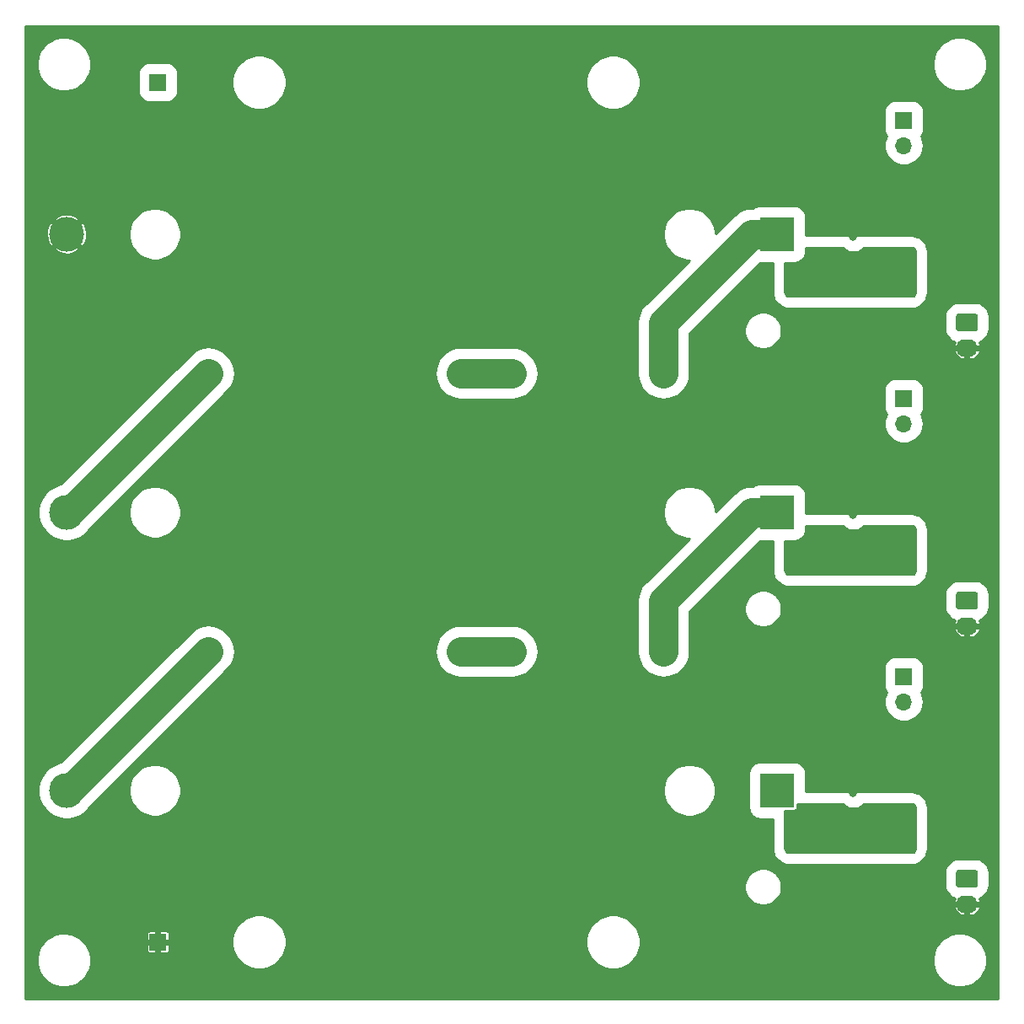
<source format=gbr>
G04 #@! TF.GenerationSoftware,KiCad,Pcbnew,5.1.4*
G04 #@! TF.CreationDate,2019-09-28T02:59:40+02:00*
G04 #@! TF.ProjectId,stratosensor-power,73747261-746f-4736-956e-736f722d706f,rev?*
G04 #@! TF.SameCoordinates,Original*
G04 #@! TF.FileFunction,Copper,L2,Bot*
G04 #@! TF.FilePolarity,Positive*
%FSLAX46Y46*%
G04 Gerber Fmt 4.6, Leading zero omitted, Abs format (unit mm)*
G04 Created by KiCad (PCBNEW 5.1.4) date 2019-09-28 02:59:40*
%MOMM*%
%LPD*%
G04 APERTURE LIST*
%ADD10O,2.400000X2.400000*%
%ADD11C,2.400000*%
%ADD12R,1.700000X1.700000*%
%ADD13O,1.600000X1.600000*%
%ADD14C,1.600000*%
%ADD15R,3.500000X3.500000*%
%ADD16C,3.500000*%
%ADD17O,1.700000X1.700000*%
%ADD18O,2.200000X1.740000*%
%ADD19C,0.100000*%
%ADD20C,1.740000*%
%ADD21C,0.800000*%
%ADD22C,3.000000*%
%ADD23C,0.250000*%
G04 APERTURE END LIST*
D10*
X144920000Y-86030000D03*
D11*
X119520000Y-86030000D03*
D10*
X144920000Y-113970000D03*
D11*
X119520000Y-113970000D03*
D12*
X114440000Y-56820000D03*
X114440000Y-143180000D03*
D13*
X165240000Y-86030000D03*
D14*
X150000000Y-86030000D03*
D13*
X165240000Y-113970000D03*
D14*
X150000000Y-113970000D03*
D15*
X176670000Y-72060000D03*
D16*
X105270000Y-72060000D03*
D15*
X176670000Y-100000000D03*
D16*
X105270000Y-100000000D03*
D15*
X176670000Y-127940000D03*
D16*
X105270000Y-127940000D03*
D17*
X189370000Y-119050000D03*
D12*
X189370000Y-116510000D03*
D17*
X189370000Y-91110000D03*
D12*
X189370000Y-88570000D03*
D17*
X189370000Y-63170000D03*
D12*
X189370000Y-60630000D03*
D18*
X195720000Y-139370000D03*
D19*
G36*
X196594505Y-135961204D02*
G01*
X196618773Y-135964804D01*
X196642572Y-135970765D01*
X196665671Y-135979030D01*
X196687850Y-135989520D01*
X196708893Y-136002132D01*
X196728599Y-136016747D01*
X196746777Y-136033223D01*
X196763253Y-136051401D01*
X196777868Y-136071107D01*
X196790480Y-136092150D01*
X196800970Y-136114329D01*
X196809235Y-136137428D01*
X196815196Y-136161227D01*
X196818796Y-136185495D01*
X196820000Y-136209999D01*
X196820000Y-137450001D01*
X196818796Y-137474505D01*
X196815196Y-137498773D01*
X196809235Y-137522572D01*
X196800970Y-137545671D01*
X196790480Y-137567850D01*
X196777868Y-137588893D01*
X196763253Y-137608599D01*
X196746777Y-137626777D01*
X196728599Y-137643253D01*
X196708893Y-137657868D01*
X196687850Y-137670480D01*
X196665671Y-137680970D01*
X196642572Y-137689235D01*
X196618773Y-137695196D01*
X196594505Y-137698796D01*
X196570001Y-137700000D01*
X194869999Y-137700000D01*
X194845495Y-137698796D01*
X194821227Y-137695196D01*
X194797428Y-137689235D01*
X194774329Y-137680970D01*
X194752150Y-137670480D01*
X194731107Y-137657868D01*
X194711401Y-137643253D01*
X194693223Y-137626777D01*
X194676747Y-137608599D01*
X194662132Y-137588893D01*
X194649520Y-137567850D01*
X194639030Y-137545671D01*
X194630765Y-137522572D01*
X194624804Y-137498773D01*
X194621204Y-137474505D01*
X194620000Y-137450001D01*
X194620000Y-136209999D01*
X194621204Y-136185495D01*
X194624804Y-136161227D01*
X194630765Y-136137428D01*
X194639030Y-136114329D01*
X194649520Y-136092150D01*
X194662132Y-136071107D01*
X194676747Y-136051401D01*
X194693223Y-136033223D01*
X194711401Y-136016747D01*
X194731107Y-136002132D01*
X194752150Y-135989520D01*
X194774329Y-135979030D01*
X194797428Y-135970765D01*
X194821227Y-135964804D01*
X194845495Y-135961204D01*
X194869999Y-135960000D01*
X196570001Y-135960000D01*
X196594505Y-135961204D01*
X196594505Y-135961204D01*
G37*
D20*
X195720000Y-136830000D03*
D18*
X195720000Y-111430000D03*
D19*
G36*
X196594505Y-108021204D02*
G01*
X196618773Y-108024804D01*
X196642572Y-108030765D01*
X196665671Y-108039030D01*
X196687850Y-108049520D01*
X196708893Y-108062132D01*
X196728599Y-108076747D01*
X196746777Y-108093223D01*
X196763253Y-108111401D01*
X196777868Y-108131107D01*
X196790480Y-108152150D01*
X196800970Y-108174329D01*
X196809235Y-108197428D01*
X196815196Y-108221227D01*
X196818796Y-108245495D01*
X196820000Y-108269999D01*
X196820000Y-109510001D01*
X196818796Y-109534505D01*
X196815196Y-109558773D01*
X196809235Y-109582572D01*
X196800970Y-109605671D01*
X196790480Y-109627850D01*
X196777868Y-109648893D01*
X196763253Y-109668599D01*
X196746777Y-109686777D01*
X196728599Y-109703253D01*
X196708893Y-109717868D01*
X196687850Y-109730480D01*
X196665671Y-109740970D01*
X196642572Y-109749235D01*
X196618773Y-109755196D01*
X196594505Y-109758796D01*
X196570001Y-109760000D01*
X194869999Y-109760000D01*
X194845495Y-109758796D01*
X194821227Y-109755196D01*
X194797428Y-109749235D01*
X194774329Y-109740970D01*
X194752150Y-109730480D01*
X194731107Y-109717868D01*
X194711401Y-109703253D01*
X194693223Y-109686777D01*
X194676747Y-109668599D01*
X194662132Y-109648893D01*
X194649520Y-109627850D01*
X194639030Y-109605671D01*
X194630765Y-109582572D01*
X194624804Y-109558773D01*
X194621204Y-109534505D01*
X194620000Y-109510001D01*
X194620000Y-108269999D01*
X194621204Y-108245495D01*
X194624804Y-108221227D01*
X194630765Y-108197428D01*
X194639030Y-108174329D01*
X194649520Y-108152150D01*
X194662132Y-108131107D01*
X194676747Y-108111401D01*
X194693223Y-108093223D01*
X194711401Y-108076747D01*
X194731107Y-108062132D01*
X194752150Y-108049520D01*
X194774329Y-108039030D01*
X194797428Y-108030765D01*
X194821227Y-108024804D01*
X194845495Y-108021204D01*
X194869999Y-108020000D01*
X196570001Y-108020000D01*
X196594505Y-108021204D01*
X196594505Y-108021204D01*
G37*
D20*
X195720000Y-108890000D03*
D19*
G36*
X196594505Y-80081204D02*
G01*
X196618773Y-80084804D01*
X196642572Y-80090765D01*
X196665671Y-80099030D01*
X196687850Y-80109520D01*
X196708893Y-80122132D01*
X196728599Y-80136747D01*
X196746777Y-80153223D01*
X196763253Y-80171401D01*
X196777868Y-80191107D01*
X196790480Y-80212150D01*
X196800970Y-80234329D01*
X196809235Y-80257428D01*
X196815196Y-80281227D01*
X196818796Y-80305495D01*
X196820000Y-80329999D01*
X196820000Y-81570001D01*
X196818796Y-81594505D01*
X196815196Y-81618773D01*
X196809235Y-81642572D01*
X196800970Y-81665671D01*
X196790480Y-81687850D01*
X196777868Y-81708893D01*
X196763253Y-81728599D01*
X196746777Y-81746777D01*
X196728599Y-81763253D01*
X196708893Y-81777868D01*
X196687850Y-81790480D01*
X196665671Y-81800970D01*
X196642572Y-81809235D01*
X196618773Y-81815196D01*
X196594505Y-81818796D01*
X196570001Y-81820000D01*
X194869999Y-81820000D01*
X194845495Y-81818796D01*
X194821227Y-81815196D01*
X194797428Y-81809235D01*
X194774329Y-81800970D01*
X194752150Y-81790480D01*
X194731107Y-81777868D01*
X194711401Y-81763253D01*
X194693223Y-81746777D01*
X194676747Y-81728599D01*
X194662132Y-81708893D01*
X194649520Y-81687850D01*
X194639030Y-81665671D01*
X194630765Y-81642572D01*
X194624804Y-81618773D01*
X194621204Y-81594505D01*
X194620000Y-81570001D01*
X194620000Y-80329999D01*
X194621204Y-80305495D01*
X194624804Y-80281227D01*
X194630765Y-80257428D01*
X194639030Y-80234329D01*
X194649520Y-80212150D01*
X194662132Y-80191107D01*
X194676747Y-80171401D01*
X194693223Y-80153223D01*
X194711401Y-80136747D01*
X194731107Y-80122132D01*
X194752150Y-80109520D01*
X194774329Y-80099030D01*
X194797428Y-80090765D01*
X194821227Y-80084804D01*
X194845495Y-80081204D01*
X194869999Y-80080000D01*
X196570001Y-80080000D01*
X196594505Y-80081204D01*
X196594505Y-80081204D01*
G37*
D20*
X195720000Y-80950000D03*
D18*
X195720000Y-83490000D03*
D21*
X190005000Y-75870000D03*
X188100000Y-75870000D03*
X186195000Y-75870000D03*
X186195000Y-73965000D03*
X180480000Y-77775000D03*
X180480000Y-75870000D03*
X180480000Y-73965000D03*
X178575000Y-77775000D03*
X178575000Y-75870000D03*
X186195000Y-103810000D03*
X188100000Y-103810000D03*
X180480000Y-101905000D03*
X180480000Y-103810000D03*
X178575000Y-103810000D03*
X178575000Y-105715000D03*
X190005000Y-103810000D03*
X180480000Y-105715000D03*
X186195000Y-101905000D03*
X190005000Y-131750000D03*
X180480000Y-133655000D03*
X186195000Y-131750000D03*
X180480000Y-129845000D03*
X178575000Y-131750000D03*
X188100000Y-131750000D03*
X186195000Y-129845000D03*
X178575000Y-133655000D03*
X180480000Y-131750000D03*
X179527500Y-132702500D03*
X179527500Y-130734000D03*
X179527500Y-104762500D03*
X179527500Y-102794000D03*
X179527500Y-74917500D03*
X179527500Y-76822500D03*
X189052500Y-132512000D03*
X187147500Y-132512000D03*
X189052500Y-104572000D03*
X187147500Y-104572000D03*
X189052500Y-76632000D03*
X187147500Y-76632000D03*
X185560000Y-74917500D03*
X184290000Y-70472500D03*
X184290000Y-71425000D03*
X184290000Y-72377500D03*
X192164000Y-71806000D03*
X192164000Y-73584000D03*
X192164000Y-75362000D03*
X192164000Y-103302000D03*
X184290000Y-98412500D03*
X192164000Y-101524000D03*
X192164000Y-99746000D03*
X184290000Y-100317500D03*
X184290000Y-99365000D03*
X184290000Y-127305000D03*
X192164000Y-131242000D03*
X192164000Y-129464000D03*
X184290000Y-128257500D03*
X192164000Y-127686000D03*
X184290000Y-126352500D03*
X190640000Y-70790000D03*
X190640000Y-98730000D03*
X190640000Y-126670000D03*
X192164000Y-74473000D03*
X192164000Y-72695000D03*
X192164000Y-100635000D03*
X192164000Y-102413000D03*
X192164000Y-128575000D03*
X192164000Y-130353000D03*
D22*
X105550000Y-127940000D02*
X119520000Y-113970000D01*
X105270000Y-127940000D02*
X105550000Y-127940000D01*
X105550000Y-100000000D02*
X119520000Y-86030000D01*
X105270000Y-100000000D02*
X105550000Y-100000000D01*
X176670000Y-100000000D02*
X174130000Y-100000000D01*
X174130000Y-100000000D02*
X165240000Y-108890000D01*
X165240000Y-108890000D02*
X165240000Y-113970000D01*
X176670000Y-72060000D02*
X174130000Y-72060000D01*
X165240000Y-80950000D02*
X165240000Y-86030000D01*
X174130000Y-72060000D02*
X165240000Y-80950000D01*
X144920000Y-113970000D02*
X150000000Y-113970000D01*
X144920000Y-86030000D02*
X150000000Y-86030000D01*
D23*
G36*
X198850001Y-148850000D02*
G01*
X101150000Y-148850000D01*
X101150000Y-144731611D01*
X102275000Y-144731611D01*
X102275000Y-145268389D01*
X102379720Y-145794853D01*
X102585136Y-146290771D01*
X102883354Y-146737086D01*
X103262914Y-147116646D01*
X103709229Y-147414864D01*
X104205147Y-147620280D01*
X104731611Y-147725000D01*
X105268389Y-147725000D01*
X105794853Y-147620280D01*
X106290771Y-147414864D01*
X106737086Y-147116646D01*
X107116646Y-146737086D01*
X107414864Y-146290771D01*
X107620280Y-145794853D01*
X107725000Y-145268389D01*
X107725000Y-144731611D01*
X107620280Y-144205147D01*
X107547732Y-144030000D01*
X113313669Y-144030000D01*
X113318979Y-144083910D01*
X113334703Y-144135747D01*
X113360239Y-144183521D01*
X113394604Y-144225396D01*
X113436479Y-144259761D01*
X113484253Y-144285297D01*
X113536090Y-144301021D01*
X113590000Y-144306331D01*
X114196250Y-144305000D01*
X114265000Y-144236250D01*
X114265000Y-143355000D01*
X114615000Y-143355000D01*
X114615000Y-144236250D01*
X114683750Y-144305000D01*
X115290000Y-144306331D01*
X115343910Y-144301021D01*
X115395747Y-144285297D01*
X115443521Y-144259761D01*
X115485396Y-144225396D01*
X115519761Y-144183521D01*
X115545297Y-144135747D01*
X115561021Y-144083910D01*
X115566331Y-144030000D01*
X115565000Y-143423750D01*
X115496250Y-143355000D01*
X114615000Y-143355000D01*
X114265000Y-143355000D01*
X113383750Y-143355000D01*
X113315000Y-143423750D01*
X113313669Y-144030000D01*
X107547732Y-144030000D01*
X107414864Y-143709229D01*
X107116646Y-143262914D01*
X106737086Y-142883354D01*
X106290771Y-142585136D01*
X105794853Y-142379720D01*
X105544894Y-142330000D01*
X113313669Y-142330000D01*
X113315000Y-142936250D01*
X113383750Y-143005000D01*
X114265000Y-143005000D01*
X114265000Y-142123750D01*
X114615000Y-142123750D01*
X114615000Y-143005000D01*
X115496250Y-143005000D01*
X115565000Y-142936250D01*
X115565054Y-142911611D01*
X121875000Y-142911611D01*
X121875000Y-143448389D01*
X121979720Y-143974853D01*
X122185136Y-144470771D01*
X122483354Y-144917086D01*
X122862914Y-145296646D01*
X123309229Y-145594864D01*
X123805147Y-145800280D01*
X124331611Y-145905000D01*
X124868389Y-145905000D01*
X125394853Y-145800280D01*
X125890771Y-145594864D01*
X126337086Y-145296646D01*
X126716646Y-144917086D01*
X127014864Y-144470771D01*
X127220280Y-143974853D01*
X127325000Y-143448389D01*
X127325000Y-142911611D01*
X157435000Y-142911611D01*
X157435000Y-143448389D01*
X157539720Y-143974853D01*
X157745136Y-144470771D01*
X158043354Y-144917086D01*
X158422914Y-145296646D01*
X158869229Y-145594864D01*
X159365147Y-145800280D01*
X159891611Y-145905000D01*
X160428389Y-145905000D01*
X160954853Y-145800280D01*
X161450771Y-145594864D01*
X161897086Y-145296646D01*
X162276646Y-144917086D01*
X162400576Y-144731611D01*
X192275000Y-144731611D01*
X192275000Y-145268389D01*
X192379720Y-145794853D01*
X192585136Y-146290771D01*
X192883354Y-146737086D01*
X193262914Y-147116646D01*
X193709229Y-147414864D01*
X194205147Y-147620280D01*
X194731611Y-147725000D01*
X195268389Y-147725000D01*
X195794853Y-147620280D01*
X196290771Y-147414864D01*
X196737086Y-147116646D01*
X197116646Y-146737086D01*
X197414864Y-146290771D01*
X197620280Y-145794853D01*
X197725000Y-145268389D01*
X197725000Y-144731611D01*
X197620280Y-144205147D01*
X197414864Y-143709229D01*
X197116646Y-143262914D01*
X196737086Y-142883354D01*
X196290771Y-142585136D01*
X195794853Y-142379720D01*
X195268389Y-142275000D01*
X194731611Y-142275000D01*
X194205147Y-142379720D01*
X193709229Y-142585136D01*
X193262914Y-142883354D01*
X192883354Y-143262914D01*
X192585136Y-143709229D01*
X192379720Y-144205147D01*
X192275000Y-144731611D01*
X162400576Y-144731611D01*
X162574864Y-144470771D01*
X162780280Y-143974853D01*
X162885000Y-143448389D01*
X162885000Y-142911611D01*
X162780280Y-142385147D01*
X162574864Y-141889229D01*
X162276646Y-141442914D01*
X161897086Y-141063354D01*
X161450771Y-140765136D01*
X160954853Y-140559720D01*
X160428389Y-140455000D01*
X159891611Y-140455000D01*
X159365147Y-140559720D01*
X158869229Y-140765136D01*
X158422914Y-141063354D01*
X158043354Y-141442914D01*
X157745136Y-141889229D01*
X157539720Y-142385147D01*
X157435000Y-142911611D01*
X127325000Y-142911611D01*
X127220280Y-142385147D01*
X127014864Y-141889229D01*
X126716646Y-141442914D01*
X126337086Y-141063354D01*
X125890771Y-140765136D01*
X125394853Y-140559720D01*
X124868389Y-140455000D01*
X124331611Y-140455000D01*
X123805147Y-140559720D01*
X123309229Y-140765136D01*
X122862914Y-141063354D01*
X122483354Y-141442914D01*
X122185136Y-141889229D01*
X121979720Y-142385147D01*
X121875000Y-142911611D01*
X115565054Y-142911611D01*
X115566331Y-142330000D01*
X115561021Y-142276090D01*
X115545297Y-142224253D01*
X115519761Y-142176479D01*
X115485396Y-142134604D01*
X115443521Y-142100239D01*
X115395747Y-142074703D01*
X115343910Y-142058979D01*
X115290000Y-142053669D01*
X114683750Y-142055000D01*
X114615000Y-142123750D01*
X114265000Y-142123750D01*
X114196250Y-142055000D01*
X113590000Y-142053669D01*
X113536090Y-142058979D01*
X113484253Y-142074703D01*
X113436479Y-142100239D01*
X113394604Y-142134604D01*
X113360239Y-142176479D01*
X113334703Y-142224253D01*
X113318979Y-142276090D01*
X113313669Y-142330000D01*
X105544894Y-142330000D01*
X105268389Y-142275000D01*
X104731611Y-142275000D01*
X104205147Y-142379720D01*
X103709229Y-142585136D01*
X103262914Y-142883354D01*
X102883354Y-143262914D01*
X102585136Y-143709229D01*
X102379720Y-144205147D01*
X102275000Y-144731611D01*
X101150000Y-144731611D01*
X101150000Y-139719859D01*
X194399759Y-139719859D01*
X194469394Y-139901068D01*
X194592611Y-140089974D01*
X194750314Y-140251212D01*
X194936443Y-140378585D01*
X195143845Y-140467199D01*
X195364549Y-140513648D01*
X195545000Y-140450443D01*
X195545000Y-139545000D01*
X195895000Y-139545000D01*
X195895000Y-140450443D01*
X196075451Y-140513648D01*
X196296155Y-140467199D01*
X196503557Y-140378585D01*
X196689686Y-140251212D01*
X196847389Y-140089974D01*
X196970606Y-139901068D01*
X197040241Y-139719859D01*
X197011927Y-139545000D01*
X195895000Y-139545000D01*
X195545000Y-139545000D01*
X194428073Y-139545000D01*
X194399759Y-139719859D01*
X101150000Y-139719859D01*
X101150000Y-137455329D01*
X173345000Y-137455329D01*
X173345000Y-137824671D01*
X173417056Y-138186917D01*
X173558397Y-138528145D01*
X173763593Y-138835243D01*
X174024757Y-139096407D01*
X174331855Y-139301603D01*
X174673083Y-139442944D01*
X175035329Y-139515000D01*
X175404671Y-139515000D01*
X175766917Y-139442944D01*
X176108145Y-139301603D01*
X176415243Y-139096407D01*
X176676407Y-138835243D01*
X176881603Y-138528145D01*
X177022944Y-138186917D01*
X177095000Y-137824671D01*
X177095000Y-137455329D01*
X177022944Y-137093083D01*
X176881603Y-136751855D01*
X176676407Y-136444757D01*
X176441649Y-136209999D01*
X193489557Y-136209999D01*
X193489557Y-137450001D01*
X193516082Y-137719312D01*
X193594637Y-137978273D01*
X193722203Y-138216933D01*
X193893879Y-138426121D01*
X194103067Y-138597797D01*
X194341727Y-138725363D01*
X194510147Y-138776453D01*
X194469394Y-138838932D01*
X194399759Y-139020141D01*
X194428073Y-139195000D01*
X195545000Y-139195000D01*
X195545000Y-139175000D01*
X195895000Y-139175000D01*
X195895000Y-139195000D01*
X197011927Y-139195000D01*
X197040241Y-139020141D01*
X196970606Y-138838932D01*
X196929853Y-138776453D01*
X197098273Y-138725363D01*
X197336933Y-138597797D01*
X197546121Y-138426121D01*
X197717797Y-138216933D01*
X197845363Y-137978273D01*
X197923918Y-137719312D01*
X197950443Y-137450001D01*
X197950443Y-136209999D01*
X197923918Y-135940688D01*
X197845363Y-135681727D01*
X197717797Y-135443067D01*
X197546121Y-135233879D01*
X197336933Y-135062203D01*
X197098273Y-134934637D01*
X196839312Y-134856082D01*
X196570001Y-134829557D01*
X194869999Y-134829557D01*
X194600688Y-134856082D01*
X194341727Y-134934637D01*
X194103067Y-135062203D01*
X193893879Y-135233879D01*
X193722203Y-135443067D01*
X193594637Y-135681727D01*
X193516082Y-135940688D01*
X193489557Y-136209999D01*
X176441649Y-136209999D01*
X176415243Y-136183593D01*
X176108145Y-135978397D01*
X175766917Y-135837056D01*
X175404671Y-135765000D01*
X175035329Y-135765000D01*
X174673083Y-135837056D01*
X174331855Y-135978397D01*
X174024757Y-136183593D01*
X173763593Y-136444757D01*
X173558397Y-136751855D01*
X173417056Y-137093083D01*
X173345000Y-137455329D01*
X101150000Y-137455329D01*
X101150000Y-127656837D01*
X102395000Y-127656837D01*
X102395000Y-128223163D01*
X102505485Y-128778607D01*
X102722208Y-129301823D01*
X103036842Y-129772706D01*
X103437294Y-130173158D01*
X103908177Y-130487792D01*
X104431393Y-130704515D01*
X104986837Y-130815000D01*
X105553163Y-130815000D01*
X106108607Y-130704515D01*
X106631823Y-130487792D01*
X107102706Y-130173158D01*
X107503158Y-129772706D01*
X107651272Y-129551038D01*
X109520850Y-127681460D01*
X111495000Y-127681460D01*
X111495000Y-128198540D01*
X111595878Y-128705684D01*
X111793755Y-129183404D01*
X112081030Y-129613340D01*
X112446660Y-129978970D01*
X112876596Y-130266245D01*
X113354316Y-130464122D01*
X113861460Y-130565000D01*
X114378540Y-130565000D01*
X114885684Y-130464122D01*
X115363404Y-130266245D01*
X115793340Y-129978970D01*
X116158970Y-129613340D01*
X116446245Y-129183404D01*
X116644122Y-128705684D01*
X116745000Y-128198540D01*
X116745000Y-127681460D01*
X165195000Y-127681460D01*
X165195000Y-128198540D01*
X165295878Y-128705684D01*
X165493755Y-129183404D01*
X165781030Y-129613340D01*
X166146660Y-129978970D01*
X166576596Y-130266245D01*
X167054316Y-130464122D01*
X167561460Y-130565000D01*
X168078540Y-130565000D01*
X168585684Y-130464122D01*
X169063404Y-130266245D01*
X169493340Y-129978970D01*
X169858970Y-129613340D01*
X170146245Y-129183404D01*
X170344122Y-128705684D01*
X170445000Y-128198540D01*
X170445000Y-127681460D01*
X170344122Y-127174316D01*
X170146245Y-126696596D01*
X169858970Y-126266660D01*
X169782310Y-126190000D01*
X173789557Y-126190000D01*
X173789557Y-129690000D01*
X173811278Y-129910538D01*
X173875607Y-130122602D01*
X173980071Y-130318040D01*
X174120656Y-130489344D01*
X174291960Y-130629929D01*
X174487398Y-130734393D01*
X174699462Y-130798722D01*
X174920000Y-130820443D01*
X176180000Y-130820443D01*
X176180000Y-133790000D01*
X176189624Y-133936841D01*
X176206661Y-134066251D01*
X176282672Y-134349929D01*
X176332622Y-134470519D01*
X176479469Y-134724862D01*
X176558929Y-134828415D01*
X176766585Y-135036071D01*
X176870138Y-135115531D01*
X177124481Y-135262378D01*
X177245071Y-135312328D01*
X177528749Y-135388339D01*
X177658159Y-135405376D01*
X177805000Y-135415000D01*
X190140000Y-135415000D01*
X190286841Y-135405376D01*
X190416251Y-135388339D01*
X190699929Y-135312328D01*
X190820519Y-135262378D01*
X191074862Y-135115531D01*
X191178415Y-135036071D01*
X191386071Y-134828415D01*
X191465531Y-134724862D01*
X191612378Y-134470519D01*
X191662328Y-134349929D01*
X191738339Y-134066251D01*
X191755376Y-133936841D01*
X191765000Y-133790000D01*
X191765000Y-129710000D01*
X191755376Y-129563159D01*
X191738339Y-129433749D01*
X191662328Y-129150071D01*
X191612378Y-129029481D01*
X191465531Y-128775138D01*
X191386071Y-128671585D01*
X191178415Y-128463929D01*
X191074862Y-128384469D01*
X190820519Y-128237622D01*
X190699929Y-128187672D01*
X190416251Y-128111661D01*
X190286841Y-128094624D01*
X190140000Y-128085000D01*
X179550443Y-128085000D01*
X179550443Y-126190000D01*
X179528722Y-125969462D01*
X179464393Y-125757398D01*
X179359929Y-125561960D01*
X179219344Y-125390656D01*
X179048040Y-125250071D01*
X178852602Y-125145607D01*
X178640538Y-125081278D01*
X178420000Y-125059557D01*
X174920000Y-125059557D01*
X174699462Y-125081278D01*
X174487398Y-125145607D01*
X174291960Y-125250071D01*
X174120656Y-125390656D01*
X173980071Y-125561960D01*
X173875607Y-125757398D01*
X173811278Y-125969462D01*
X173789557Y-126190000D01*
X169782310Y-126190000D01*
X169493340Y-125901030D01*
X169063404Y-125613755D01*
X168585684Y-125415878D01*
X168078540Y-125315000D01*
X167561460Y-125315000D01*
X167054316Y-125415878D01*
X166576596Y-125613755D01*
X166146660Y-125901030D01*
X165781030Y-126266660D01*
X165493755Y-126696596D01*
X165295878Y-127174316D01*
X165195000Y-127681460D01*
X116745000Y-127681460D01*
X116644122Y-127174316D01*
X116446245Y-126696596D01*
X116158970Y-126266660D01*
X115793340Y-125901030D01*
X115363404Y-125613755D01*
X114885684Y-125415878D01*
X114378540Y-125315000D01*
X113861460Y-125315000D01*
X113354316Y-125415878D01*
X112876596Y-125613755D01*
X112446660Y-125901030D01*
X112081030Y-126266660D01*
X111793755Y-126696596D01*
X111595878Y-127174316D01*
X111495000Y-127681460D01*
X109520850Y-127681460D01*
X118152310Y-119050000D01*
X187385444Y-119050000D01*
X187423577Y-119437168D01*
X187536509Y-119809457D01*
X187719902Y-120152560D01*
X187966707Y-120453293D01*
X188267440Y-120700098D01*
X188610543Y-120883491D01*
X188982832Y-120996423D01*
X189272977Y-121025000D01*
X189467023Y-121025000D01*
X189757168Y-120996423D01*
X190129457Y-120883491D01*
X190472560Y-120700098D01*
X190773293Y-120453293D01*
X191020098Y-120152560D01*
X191203491Y-119809457D01*
X191316423Y-119437168D01*
X191354556Y-119050000D01*
X191316423Y-118662832D01*
X191203491Y-118290543D01*
X191088392Y-118075209D01*
X191159929Y-117988040D01*
X191264393Y-117792602D01*
X191328722Y-117580538D01*
X191350443Y-117360000D01*
X191350443Y-115660000D01*
X191328722Y-115439462D01*
X191264393Y-115227398D01*
X191159929Y-115031960D01*
X191019344Y-114860656D01*
X190848040Y-114720071D01*
X190652602Y-114615607D01*
X190440538Y-114551278D01*
X190220000Y-114529557D01*
X188520000Y-114529557D01*
X188299462Y-114551278D01*
X188087398Y-114615607D01*
X187891960Y-114720071D01*
X187720656Y-114860656D01*
X187580071Y-115031960D01*
X187475607Y-115227398D01*
X187411278Y-115439462D01*
X187389557Y-115660000D01*
X187389557Y-117360000D01*
X187411278Y-117580538D01*
X187475607Y-117792602D01*
X187580071Y-117988040D01*
X187651608Y-118075209D01*
X187536509Y-118290543D01*
X187423577Y-118662832D01*
X187385444Y-119050000D01*
X118152310Y-119050000D01*
X121467339Y-115734971D01*
X121713167Y-115435429D01*
X121956917Y-114979406D01*
X122107017Y-114484591D01*
X122157700Y-113970001D01*
X122157700Y-113970000D01*
X142282299Y-113970000D01*
X142332982Y-114484590D01*
X142483082Y-114979404D01*
X142726832Y-115435428D01*
X143054864Y-115835136D01*
X143454572Y-116163168D01*
X143910596Y-116406918D01*
X144405410Y-116557018D01*
X144791045Y-116595000D01*
X150128955Y-116595000D01*
X150514590Y-116557018D01*
X151009404Y-116406918D01*
X151465428Y-116163168D01*
X151865136Y-115835136D01*
X152193168Y-115435428D01*
X152436918Y-114979404D01*
X152587018Y-114484590D01*
X152637701Y-113970000D01*
X152587018Y-113455410D01*
X152436918Y-112960596D01*
X152193168Y-112504572D01*
X151865136Y-112104864D01*
X151465428Y-111776832D01*
X151009404Y-111533082D01*
X150514590Y-111382982D01*
X150128955Y-111345000D01*
X144791045Y-111345000D01*
X144405410Y-111382982D01*
X143910596Y-111533082D01*
X143454572Y-111776832D01*
X143054864Y-112104864D01*
X142726832Y-112504572D01*
X142483082Y-112960596D01*
X142332982Y-113455410D01*
X142282299Y-113970000D01*
X122157700Y-113970000D01*
X122107017Y-113455411D01*
X121956917Y-112960596D01*
X121713167Y-112504573D01*
X121385135Y-112104865D01*
X120985427Y-111776833D01*
X120529404Y-111533083D01*
X120034589Y-111382983D01*
X119519999Y-111332300D01*
X119005409Y-111382983D01*
X118510594Y-111533083D01*
X118054571Y-111776833D01*
X117755029Y-112022661D01*
X104644618Y-125133072D01*
X104431393Y-125175485D01*
X103908177Y-125392208D01*
X103437294Y-125706842D01*
X103036842Y-126107294D01*
X102722208Y-126578177D01*
X102505485Y-127101393D01*
X102395000Y-127656837D01*
X101150000Y-127656837D01*
X101150000Y-108890000D01*
X162602300Y-108890000D01*
X162615000Y-109018947D01*
X162615001Y-114098955D01*
X162652983Y-114484590D01*
X162803083Y-114979404D01*
X163046833Y-115435428D01*
X163374865Y-115835136D01*
X163774573Y-116163168D01*
X164230597Y-116406918D01*
X164725411Y-116557018D01*
X165240000Y-116607701D01*
X165754590Y-116557018D01*
X166249404Y-116406918D01*
X166705428Y-116163168D01*
X167105136Y-115835136D01*
X167433168Y-115435428D01*
X167676918Y-114979404D01*
X167827018Y-114484590D01*
X167865000Y-114098955D01*
X167865000Y-111779859D01*
X194399759Y-111779859D01*
X194469394Y-111961068D01*
X194592611Y-112149974D01*
X194750314Y-112311212D01*
X194936443Y-112438585D01*
X195143845Y-112527199D01*
X195364549Y-112573648D01*
X195545000Y-112510443D01*
X195545000Y-111605000D01*
X195895000Y-111605000D01*
X195895000Y-112510443D01*
X196075451Y-112573648D01*
X196296155Y-112527199D01*
X196503557Y-112438585D01*
X196689686Y-112311212D01*
X196847389Y-112149974D01*
X196970606Y-111961068D01*
X197040241Y-111779859D01*
X197011927Y-111605000D01*
X195895000Y-111605000D01*
X195545000Y-111605000D01*
X194428073Y-111605000D01*
X194399759Y-111779859D01*
X167865000Y-111779859D01*
X167865000Y-109977310D01*
X168326981Y-109515329D01*
X173345000Y-109515329D01*
X173345000Y-109884671D01*
X173417056Y-110246917D01*
X173558397Y-110588145D01*
X173763593Y-110895243D01*
X174024757Y-111156407D01*
X174331855Y-111361603D01*
X174673083Y-111502944D01*
X175035329Y-111575000D01*
X175404671Y-111575000D01*
X175766917Y-111502944D01*
X176108145Y-111361603D01*
X176415243Y-111156407D01*
X176676407Y-110895243D01*
X176881603Y-110588145D01*
X177022944Y-110246917D01*
X177095000Y-109884671D01*
X177095000Y-109515329D01*
X177022944Y-109153083D01*
X176881603Y-108811855D01*
X176676407Y-108504757D01*
X176441649Y-108269999D01*
X193489557Y-108269999D01*
X193489557Y-109510001D01*
X193516082Y-109779312D01*
X193594637Y-110038273D01*
X193722203Y-110276933D01*
X193893879Y-110486121D01*
X194103067Y-110657797D01*
X194341727Y-110785363D01*
X194510147Y-110836453D01*
X194469394Y-110898932D01*
X194399759Y-111080141D01*
X194428073Y-111255000D01*
X195545000Y-111255000D01*
X195545000Y-111235000D01*
X195895000Y-111235000D01*
X195895000Y-111255000D01*
X197011927Y-111255000D01*
X197040241Y-111080141D01*
X196970606Y-110898932D01*
X196929853Y-110836453D01*
X197098273Y-110785363D01*
X197336933Y-110657797D01*
X197546121Y-110486121D01*
X197717797Y-110276933D01*
X197845363Y-110038273D01*
X197923918Y-109779312D01*
X197950443Y-109510001D01*
X197950443Y-108269999D01*
X197923918Y-108000688D01*
X197845363Y-107741727D01*
X197717797Y-107503067D01*
X197546121Y-107293879D01*
X197336933Y-107122203D01*
X197098273Y-106994637D01*
X196839312Y-106916082D01*
X196570001Y-106889557D01*
X194869999Y-106889557D01*
X194600688Y-106916082D01*
X194341727Y-106994637D01*
X194103067Y-107122203D01*
X193893879Y-107293879D01*
X193722203Y-107503067D01*
X193594637Y-107741727D01*
X193516082Y-108000688D01*
X193489557Y-108269999D01*
X176441649Y-108269999D01*
X176415243Y-108243593D01*
X176108145Y-108038397D01*
X175766917Y-107897056D01*
X175404671Y-107825000D01*
X175035329Y-107825000D01*
X174673083Y-107897056D01*
X174331855Y-108038397D01*
X174024757Y-108243593D01*
X173763593Y-108504757D01*
X173558397Y-108811855D01*
X173417056Y-109153083D01*
X173345000Y-109515329D01*
X168326981Y-109515329D01*
X174961868Y-102880443D01*
X176180000Y-102880443D01*
X176180000Y-105850000D01*
X176189624Y-105996841D01*
X176206661Y-106126251D01*
X176282672Y-106409929D01*
X176332622Y-106530519D01*
X176479469Y-106784862D01*
X176558929Y-106888415D01*
X176766585Y-107096071D01*
X176870138Y-107175531D01*
X177124481Y-107322378D01*
X177245071Y-107372328D01*
X177528749Y-107448339D01*
X177658159Y-107465376D01*
X177805000Y-107475000D01*
X190140000Y-107475000D01*
X190286841Y-107465376D01*
X190416251Y-107448339D01*
X190699929Y-107372328D01*
X190820519Y-107322378D01*
X191074862Y-107175531D01*
X191178415Y-107096071D01*
X191386071Y-106888415D01*
X191465531Y-106784862D01*
X191612378Y-106530519D01*
X191662328Y-106409929D01*
X191738339Y-106126251D01*
X191755376Y-105996841D01*
X191765000Y-105850000D01*
X191765000Y-101770000D01*
X191755376Y-101623159D01*
X191738339Y-101493749D01*
X191662328Y-101210071D01*
X191612378Y-101089481D01*
X191465531Y-100835138D01*
X191386071Y-100731585D01*
X191178415Y-100523929D01*
X191074862Y-100444469D01*
X190820519Y-100297622D01*
X190699929Y-100247672D01*
X190416251Y-100171661D01*
X190286841Y-100154624D01*
X190140000Y-100145000D01*
X179550443Y-100145000D01*
X179550443Y-98250000D01*
X179528722Y-98029462D01*
X179464393Y-97817398D01*
X179359929Y-97621960D01*
X179219344Y-97450656D01*
X179048040Y-97310071D01*
X178852602Y-97205607D01*
X178640538Y-97141278D01*
X178420000Y-97119557D01*
X174920000Y-97119557D01*
X174699462Y-97141278D01*
X174487398Y-97205607D01*
X174291960Y-97310071D01*
X174217784Y-97370946D01*
X174130000Y-97362300D01*
X174001053Y-97375000D01*
X174001045Y-97375000D01*
X173615410Y-97412982D01*
X173120596Y-97563082D01*
X172739388Y-97766842D01*
X172664572Y-97806832D01*
X172365029Y-98052660D01*
X172365025Y-98052664D01*
X172264864Y-98134864D01*
X172182664Y-98235025D01*
X170445000Y-99972689D01*
X170445000Y-99741460D01*
X170344122Y-99234316D01*
X170146245Y-98756596D01*
X169858970Y-98326660D01*
X169493340Y-97961030D01*
X169063404Y-97673755D01*
X168585684Y-97475878D01*
X168078540Y-97375000D01*
X167561460Y-97375000D01*
X167054316Y-97475878D01*
X166576596Y-97673755D01*
X166146660Y-97961030D01*
X165781030Y-98326660D01*
X165493755Y-98756596D01*
X165295878Y-99234316D01*
X165195000Y-99741460D01*
X165195000Y-100258540D01*
X165295878Y-100765684D01*
X165493755Y-101243404D01*
X165781030Y-101673340D01*
X166146660Y-102038970D01*
X166576596Y-102326245D01*
X167054316Y-102524122D01*
X167561460Y-102625000D01*
X167792690Y-102625000D01*
X163475031Y-106942659D01*
X163374864Y-107024864D01*
X163046832Y-107424573D01*
X162803082Y-107880597D01*
X162652982Y-108375411D01*
X162615000Y-108761046D01*
X162615000Y-108761053D01*
X162602300Y-108890000D01*
X101150000Y-108890000D01*
X101150000Y-99716837D01*
X102395000Y-99716837D01*
X102395000Y-100283163D01*
X102505485Y-100838607D01*
X102722208Y-101361823D01*
X103036842Y-101832706D01*
X103437294Y-102233158D01*
X103908177Y-102547792D01*
X104431393Y-102764515D01*
X104986837Y-102875000D01*
X105553163Y-102875000D01*
X106108607Y-102764515D01*
X106631823Y-102547792D01*
X107102706Y-102233158D01*
X107503158Y-101832706D01*
X107651272Y-101611038D01*
X109520850Y-99741460D01*
X111495000Y-99741460D01*
X111495000Y-100258540D01*
X111595878Y-100765684D01*
X111793755Y-101243404D01*
X112081030Y-101673340D01*
X112446660Y-102038970D01*
X112876596Y-102326245D01*
X113354316Y-102524122D01*
X113861460Y-102625000D01*
X114378540Y-102625000D01*
X114885684Y-102524122D01*
X115363404Y-102326245D01*
X115793340Y-102038970D01*
X116158970Y-101673340D01*
X116446245Y-101243404D01*
X116644122Y-100765684D01*
X116745000Y-100258540D01*
X116745000Y-99741460D01*
X116644122Y-99234316D01*
X116446245Y-98756596D01*
X116158970Y-98326660D01*
X115793340Y-97961030D01*
X115363404Y-97673755D01*
X114885684Y-97475878D01*
X114378540Y-97375000D01*
X113861460Y-97375000D01*
X113354316Y-97475878D01*
X112876596Y-97673755D01*
X112446660Y-97961030D01*
X112081030Y-98326660D01*
X111793755Y-98756596D01*
X111595878Y-99234316D01*
X111495000Y-99741460D01*
X109520850Y-99741460D01*
X118152310Y-91110000D01*
X187385444Y-91110000D01*
X187423577Y-91497168D01*
X187536509Y-91869457D01*
X187719902Y-92212560D01*
X187966707Y-92513293D01*
X188267440Y-92760098D01*
X188610543Y-92943491D01*
X188982832Y-93056423D01*
X189272977Y-93085000D01*
X189467023Y-93085000D01*
X189757168Y-93056423D01*
X190129457Y-92943491D01*
X190472560Y-92760098D01*
X190773293Y-92513293D01*
X191020098Y-92212560D01*
X191203491Y-91869457D01*
X191316423Y-91497168D01*
X191354556Y-91110000D01*
X191316423Y-90722832D01*
X191203491Y-90350543D01*
X191088392Y-90135209D01*
X191159929Y-90048040D01*
X191264393Y-89852602D01*
X191328722Y-89640538D01*
X191350443Y-89420000D01*
X191350443Y-87720000D01*
X191328722Y-87499462D01*
X191264393Y-87287398D01*
X191159929Y-87091960D01*
X191019344Y-86920656D01*
X190848040Y-86780071D01*
X190652602Y-86675607D01*
X190440538Y-86611278D01*
X190220000Y-86589557D01*
X188520000Y-86589557D01*
X188299462Y-86611278D01*
X188087398Y-86675607D01*
X187891960Y-86780071D01*
X187720656Y-86920656D01*
X187580071Y-87091960D01*
X187475607Y-87287398D01*
X187411278Y-87499462D01*
X187389557Y-87720000D01*
X187389557Y-89420000D01*
X187411278Y-89640538D01*
X187475607Y-89852602D01*
X187580071Y-90048040D01*
X187651608Y-90135209D01*
X187536509Y-90350543D01*
X187423577Y-90722832D01*
X187385444Y-91110000D01*
X118152310Y-91110000D01*
X121467339Y-87794971D01*
X121713167Y-87495429D01*
X121956917Y-87039406D01*
X122107017Y-86544591D01*
X122157700Y-86030001D01*
X122157700Y-86030000D01*
X142282299Y-86030000D01*
X142332982Y-86544590D01*
X142483082Y-87039404D01*
X142726832Y-87495428D01*
X143054864Y-87895136D01*
X143454572Y-88223168D01*
X143910596Y-88466918D01*
X144405410Y-88617018D01*
X144791045Y-88655000D01*
X150128955Y-88655000D01*
X150514590Y-88617018D01*
X151009404Y-88466918D01*
X151465428Y-88223168D01*
X151865136Y-87895136D01*
X152193168Y-87495428D01*
X152436918Y-87039404D01*
X152587018Y-86544590D01*
X152637701Y-86030000D01*
X152587018Y-85515410D01*
X152436918Y-85020596D01*
X152193168Y-84564572D01*
X151865136Y-84164864D01*
X151465428Y-83836832D01*
X151009404Y-83593082D01*
X150514590Y-83442982D01*
X150128955Y-83405000D01*
X144791045Y-83405000D01*
X144405410Y-83442982D01*
X143910596Y-83593082D01*
X143454572Y-83836832D01*
X143054864Y-84164864D01*
X142726832Y-84564572D01*
X142483082Y-85020596D01*
X142332982Y-85515410D01*
X142282299Y-86030000D01*
X122157700Y-86030000D01*
X122107017Y-85515411D01*
X121956917Y-85020596D01*
X121713167Y-84564573D01*
X121385135Y-84164865D01*
X120985427Y-83836833D01*
X120529404Y-83593083D01*
X120034589Y-83442983D01*
X119519999Y-83392300D01*
X119005409Y-83442983D01*
X118510594Y-83593083D01*
X118054571Y-83836833D01*
X117755029Y-84082661D01*
X104644618Y-97193072D01*
X104431393Y-97235485D01*
X103908177Y-97452208D01*
X103437294Y-97766842D01*
X103036842Y-98167294D01*
X102722208Y-98638177D01*
X102505485Y-99161393D01*
X102395000Y-99716837D01*
X101150000Y-99716837D01*
X101150000Y-80950000D01*
X162602300Y-80950000D01*
X162615000Y-81078947D01*
X162615001Y-86158955D01*
X162652983Y-86544590D01*
X162803083Y-87039404D01*
X163046833Y-87495428D01*
X163374865Y-87895136D01*
X163774573Y-88223168D01*
X164230597Y-88466918D01*
X164725411Y-88617018D01*
X165240000Y-88667701D01*
X165754590Y-88617018D01*
X166249404Y-88466918D01*
X166705428Y-88223168D01*
X167105136Y-87895136D01*
X167433168Y-87495428D01*
X167676918Y-87039404D01*
X167827018Y-86544590D01*
X167865000Y-86158955D01*
X167865000Y-83839859D01*
X194399759Y-83839859D01*
X194469394Y-84021068D01*
X194592611Y-84209974D01*
X194750314Y-84371212D01*
X194936443Y-84498585D01*
X195143845Y-84587199D01*
X195364549Y-84633648D01*
X195545000Y-84570443D01*
X195545000Y-83665000D01*
X195895000Y-83665000D01*
X195895000Y-84570443D01*
X196075451Y-84633648D01*
X196296155Y-84587199D01*
X196503557Y-84498585D01*
X196689686Y-84371212D01*
X196847389Y-84209974D01*
X196970606Y-84021068D01*
X197040241Y-83839859D01*
X197011927Y-83665000D01*
X195895000Y-83665000D01*
X195545000Y-83665000D01*
X194428073Y-83665000D01*
X194399759Y-83839859D01*
X167865000Y-83839859D01*
X167865000Y-82037310D01*
X168326981Y-81575329D01*
X173345000Y-81575329D01*
X173345000Y-81944671D01*
X173417056Y-82306917D01*
X173558397Y-82648145D01*
X173763593Y-82955243D01*
X174024757Y-83216407D01*
X174331855Y-83421603D01*
X174673083Y-83562944D01*
X175035329Y-83635000D01*
X175404671Y-83635000D01*
X175766917Y-83562944D01*
X176108145Y-83421603D01*
X176415243Y-83216407D01*
X176676407Y-82955243D01*
X176881603Y-82648145D01*
X177022944Y-82306917D01*
X177095000Y-81944671D01*
X177095000Y-81575329D01*
X177022944Y-81213083D01*
X176881603Y-80871855D01*
X176676407Y-80564757D01*
X176441649Y-80329999D01*
X193489557Y-80329999D01*
X193489557Y-81570001D01*
X193516082Y-81839312D01*
X193594637Y-82098273D01*
X193722203Y-82336933D01*
X193893879Y-82546121D01*
X194103067Y-82717797D01*
X194341727Y-82845363D01*
X194510147Y-82896453D01*
X194469394Y-82958932D01*
X194399759Y-83140141D01*
X194428073Y-83315000D01*
X195545000Y-83315000D01*
X195545000Y-83295000D01*
X195895000Y-83295000D01*
X195895000Y-83315000D01*
X197011927Y-83315000D01*
X197040241Y-83140141D01*
X196970606Y-82958932D01*
X196929853Y-82896453D01*
X197098273Y-82845363D01*
X197336933Y-82717797D01*
X197546121Y-82546121D01*
X197717797Y-82336933D01*
X197845363Y-82098273D01*
X197923918Y-81839312D01*
X197950443Y-81570001D01*
X197950443Y-80329999D01*
X197923918Y-80060688D01*
X197845363Y-79801727D01*
X197717797Y-79563067D01*
X197546121Y-79353879D01*
X197336933Y-79182203D01*
X197098273Y-79054637D01*
X196839312Y-78976082D01*
X196570001Y-78949557D01*
X194869999Y-78949557D01*
X194600688Y-78976082D01*
X194341727Y-79054637D01*
X194103067Y-79182203D01*
X193893879Y-79353879D01*
X193722203Y-79563067D01*
X193594637Y-79801727D01*
X193516082Y-80060688D01*
X193489557Y-80329999D01*
X176441649Y-80329999D01*
X176415243Y-80303593D01*
X176108145Y-80098397D01*
X175766917Y-79957056D01*
X175404671Y-79885000D01*
X175035329Y-79885000D01*
X174673083Y-79957056D01*
X174331855Y-80098397D01*
X174024757Y-80303593D01*
X173763593Y-80564757D01*
X173558397Y-80871855D01*
X173417056Y-81213083D01*
X173345000Y-81575329D01*
X168326981Y-81575329D01*
X174961868Y-74940443D01*
X176180000Y-74940443D01*
X176180000Y-77910000D01*
X176189624Y-78056841D01*
X176206661Y-78186251D01*
X176282672Y-78469929D01*
X176332622Y-78590519D01*
X176479469Y-78844862D01*
X176558929Y-78948415D01*
X176766585Y-79156071D01*
X176870138Y-79235531D01*
X177124481Y-79382378D01*
X177245071Y-79432328D01*
X177528749Y-79508339D01*
X177658159Y-79525376D01*
X177805000Y-79535000D01*
X190140000Y-79535000D01*
X190286841Y-79525376D01*
X190416251Y-79508339D01*
X190699929Y-79432328D01*
X190820519Y-79382378D01*
X191074862Y-79235531D01*
X191178415Y-79156071D01*
X191386071Y-78948415D01*
X191465531Y-78844862D01*
X191612378Y-78590519D01*
X191662328Y-78469929D01*
X191738339Y-78186251D01*
X191755376Y-78056841D01*
X191765000Y-77910000D01*
X191765000Y-73830000D01*
X191755376Y-73683159D01*
X191738339Y-73553749D01*
X191662328Y-73270071D01*
X191612378Y-73149481D01*
X191465531Y-72895138D01*
X191386071Y-72791585D01*
X191178415Y-72583929D01*
X191074862Y-72504469D01*
X190820519Y-72357622D01*
X190699929Y-72307672D01*
X190416251Y-72231661D01*
X190286841Y-72214624D01*
X190140000Y-72205000D01*
X179550443Y-72205000D01*
X179550443Y-70310000D01*
X179528722Y-70089462D01*
X179464393Y-69877398D01*
X179359929Y-69681960D01*
X179219344Y-69510656D01*
X179048040Y-69370071D01*
X178852602Y-69265607D01*
X178640538Y-69201278D01*
X178420000Y-69179557D01*
X174920000Y-69179557D01*
X174699462Y-69201278D01*
X174487398Y-69265607D01*
X174291960Y-69370071D01*
X174217784Y-69430946D01*
X174130000Y-69422300D01*
X174001053Y-69435000D01*
X174001045Y-69435000D01*
X173615410Y-69472982D01*
X173120596Y-69623082D01*
X172664572Y-69866832D01*
X172365029Y-70112660D01*
X172365025Y-70112664D01*
X172264864Y-70194864D01*
X172182664Y-70295025D01*
X170445000Y-72032689D01*
X170445000Y-71801460D01*
X170344122Y-71294316D01*
X170146245Y-70816596D01*
X169858970Y-70386660D01*
X169493340Y-70021030D01*
X169063404Y-69733755D01*
X168585684Y-69535878D01*
X168078540Y-69435000D01*
X167561460Y-69435000D01*
X167054316Y-69535878D01*
X166576596Y-69733755D01*
X166146660Y-70021030D01*
X165781030Y-70386660D01*
X165493755Y-70816596D01*
X165295878Y-71294316D01*
X165195000Y-71801460D01*
X165195000Y-72318540D01*
X165295878Y-72825684D01*
X165493755Y-73303404D01*
X165781030Y-73733340D01*
X166146660Y-74098970D01*
X166576596Y-74386245D01*
X167054316Y-74584122D01*
X167561460Y-74685000D01*
X167792690Y-74685000D01*
X163475031Y-79002659D01*
X163374864Y-79084864D01*
X163046832Y-79484573D01*
X162803082Y-79940597D01*
X162652982Y-80435411D01*
X162615000Y-80821046D01*
X162615000Y-80821053D01*
X162602300Y-80950000D01*
X101150000Y-80950000D01*
X101150000Y-73568431D01*
X104009056Y-73568431D01*
X104219985Y-73802950D01*
X104580194Y-73974307D01*
X104966911Y-74072099D01*
X105365275Y-74092566D01*
X105759978Y-74034924D01*
X106135852Y-73901386D01*
X106320015Y-73802950D01*
X106530944Y-73568431D01*
X105270000Y-72307487D01*
X104009056Y-73568431D01*
X101150000Y-73568431D01*
X101150000Y-72155275D01*
X103237434Y-72155275D01*
X103295076Y-72549978D01*
X103428614Y-72925852D01*
X103527050Y-73110015D01*
X103761569Y-73320944D01*
X105022513Y-72060000D01*
X105517487Y-72060000D01*
X106778431Y-73320944D01*
X107012950Y-73110015D01*
X107184307Y-72749806D01*
X107282099Y-72363089D01*
X107302566Y-71964725D01*
X107278723Y-71801460D01*
X111495000Y-71801460D01*
X111495000Y-72318540D01*
X111595878Y-72825684D01*
X111793755Y-73303404D01*
X112081030Y-73733340D01*
X112446660Y-74098970D01*
X112876596Y-74386245D01*
X113354316Y-74584122D01*
X113861460Y-74685000D01*
X114378540Y-74685000D01*
X114885684Y-74584122D01*
X115363404Y-74386245D01*
X115793340Y-74098970D01*
X116158970Y-73733340D01*
X116446245Y-73303404D01*
X116644122Y-72825684D01*
X116745000Y-72318540D01*
X116745000Y-71801460D01*
X116644122Y-71294316D01*
X116446245Y-70816596D01*
X116158970Y-70386660D01*
X115793340Y-70021030D01*
X115363404Y-69733755D01*
X114885684Y-69535878D01*
X114378540Y-69435000D01*
X113861460Y-69435000D01*
X113354316Y-69535878D01*
X112876596Y-69733755D01*
X112446660Y-70021030D01*
X112081030Y-70386660D01*
X111793755Y-70816596D01*
X111595878Y-71294316D01*
X111495000Y-71801460D01*
X107278723Y-71801460D01*
X107244924Y-71570022D01*
X107111386Y-71194148D01*
X107012950Y-71009985D01*
X106778431Y-70799056D01*
X105517487Y-72060000D01*
X105022513Y-72060000D01*
X103761569Y-70799056D01*
X103527050Y-71009985D01*
X103355693Y-71370194D01*
X103257901Y-71756911D01*
X103237434Y-72155275D01*
X101150000Y-72155275D01*
X101150000Y-70551569D01*
X104009056Y-70551569D01*
X105270000Y-71812513D01*
X106530944Y-70551569D01*
X106320015Y-70317050D01*
X105959806Y-70145693D01*
X105573089Y-70047901D01*
X105174725Y-70027434D01*
X104780022Y-70085076D01*
X104404148Y-70218614D01*
X104219985Y-70317050D01*
X104009056Y-70551569D01*
X101150000Y-70551569D01*
X101150000Y-63170000D01*
X187385444Y-63170000D01*
X187423577Y-63557168D01*
X187536509Y-63929457D01*
X187719902Y-64272560D01*
X187966707Y-64573293D01*
X188267440Y-64820098D01*
X188610543Y-65003491D01*
X188982832Y-65116423D01*
X189272977Y-65145000D01*
X189467023Y-65145000D01*
X189757168Y-65116423D01*
X190129457Y-65003491D01*
X190472560Y-64820098D01*
X190773293Y-64573293D01*
X191020098Y-64272560D01*
X191203491Y-63929457D01*
X191316423Y-63557168D01*
X191354556Y-63170000D01*
X191316423Y-62782832D01*
X191203491Y-62410543D01*
X191088392Y-62195209D01*
X191159929Y-62108040D01*
X191264393Y-61912602D01*
X191328722Y-61700538D01*
X191350443Y-61480000D01*
X191350443Y-59780000D01*
X191328722Y-59559462D01*
X191264393Y-59347398D01*
X191159929Y-59151960D01*
X191019344Y-58980656D01*
X190848040Y-58840071D01*
X190652602Y-58735607D01*
X190440538Y-58671278D01*
X190220000Y-58649557D01*
X188520000Y-58649557D01*
X188299462Y-58671278D01*
X188087398Y-58735607D01*
X187891960Y-58840071D01*
X187720656Y-58980656D01*
X187580071Y-59151960D01*
X187475607Y-59347398D01*
X187411278Y-59559462D01*
X187389557Y-59780000D01*
X187389557Y-61480000D01*
X187411278Y-61700538D01*
X187475607Y-61912602D01*
X187580071Y-62108040D01*
X187651608Y-62195209D01*
X187536509Y-62410543D01*
X187423577Y-62782832D01*
X187385444Y-63170000D01*
X101150000Y-63170000D01*
X101150000Y-54731611D01*
X102275000Y-54731611D01*
X102275000Y-55268389D01*
X102379720Y-55794853D01*
X102585136Y-56290771D01*
X102883354Y-56737086D01*
X103262914Y-57116646D01*
X103709229Y-57414864D01*
X104205147Y-57620280D01*
X104731611Y-57725000D01*
X105268389Y-57725000D01*
X105794853Y-57620280D01*
X106290771Y-57414864D01*
X106737086Y-57116646D01*
X107116646Y-56737086D01*
X107414864Y-56290771D01*
X107547731Y-55970000D01*
X112459557Y-55970000D01*
X112459557Y-57670000D01*
X112481278Y-57890538D01*
X112545607Y-58102602D01*
X112650071Y-58298040D01*
X112790656Y-58469344D01*
X112961960Y-58609929D01*
X113157398Y-58714393D01*
X113369462Y-58778722D01*
X113590000Y-58800443D01*
X115290000Y-58800443D01*
X115510538Y-58778722D01*
X115722602Y-58714393D01*
X115918040Y-58609929D01*
X116089344Y-58469344D01*
X116229929Y-58298040D01*
X116334393Y-58102602D01*
X116398722Y-57890538D01*
X116420443Y-57670000D01*
X116420443Y-56551611D01*
X121875000Y-56551611D01*
X121875000Y-57088389D01*
X121979720Y-57614853D01*
X122185136Y-58110771D01*
X122483354Y-58557086D01*
X122862914Y-58936646D01*
X123309229Y-59234864D01*
X123805147Y-59440280D01*
X124331611Y-59545000D01*
X124868389Y-59545000D01*
X125394853Y-59440280D01*
X125890771Y-59234864D01*
X126337086Y-58936646D01*
X126716646Y-58557086D01*
X127014864Y-58110771D01*
X127220280Y-57614853D01*
X127325000Y-57088389D01*
X127325000Y-56551611D01*
X157435000Y-56551611D01*
X157435000Y-57088389D01*
X157539720Y-57614853D01*
X157745136Y-58110771D01*
X158043354Y-58557086D01*
X158422914Y-58936646D01*
X158869229Y-59234864D01*
X159365147Y-59440280D01*
X159891611Y-59545000D01*
X160428389Y-59545000D01*
X160954853Y-59440280D01*
X161450771Y-59234864D01*
X161897086Y-58936646D01*
X162276646Y-58557086D01*
X162574864Y-58110771D01*
X162780280Y-57614853D01*
X162885000Y-57088389D01*
X162885000Y-56551611D01*
X162780280Y-56025147D01*
X162574864Y-55529229D01*
X162276646Y-55082914D01*
X161925343Y-54731611D01*
X192275000Y-54731611D01*
X192275000Y-55268389D01*
X192379720Y-55794853D01*
X192585136Y-56290771D01*
X192883354Y-56737086D01*
X193262914Y-57116646D01*
X193709229Y-57414864D01*
X194205147Y-57620280D01*
X194731611Y-57725000D01*
X195268389Y-57725000D01*
X195794853Y-57620280D01*
X196290771Y-57414864D01*
X196737086Y-57116646D01*
X197116646Y-56737086D01*
X197414864Y-56290771D01*
X197620280Y-55794853D01*
X197725000Y-55268389D01*
X197725000Y-54731611D01*
X197620280Y-54205147D01*
X197414864Y-53709229D01*
X197116646Y-53262914D01*
X196737086Y-52883354D01*
X196290771Y-52585136D01*
X195794853Y-52379720D01*
X195268389Y-52275000D01*
X194731611Y-52275000D01*
X194205147Y-52379720D01*
X193709229Y-52585136D01*
X193262914Y-52883354D01*
X192883354Y-53262914D01*
X192585136Y-53709229D01*
X192379720Y-54205147D01*
X192275000Y-54731611D01*
X161925343Y-54731611D01*
X161897086Y-54703354D01*
X161450771Y-54405136D01*
X160954853Y-54199720D01*
X160428389Y-54095000D01*
X159891611Y-54095000D01*
X159365147Y-54199720D01*
X158869229Y-54405136D01*
X158422914Y-54703354D01*
X158043354Y-55082914D01*
X157745136Y-55529229D01*
X157539720Y-56025147D01*
X157435000Y-56551611D01*
X127325000Y-56551611D01*
X127220280Y-56025147D01*
X127014864Y-55529229D01*
X126716646Y-55082914D01*
X126337086Y-54703354D01*
X125890771Y-54405136D01*
X125394853Y-54199720D01*
X124868389Y-54095000D01*
X124331611Y-54095000D01*
X123805147Y-54199720D01*
X123309229Y-54405136D01*
X122862914Y-54703354D01*
X122483354Y-55082914D01*
X122185136Y-55529229D01*
X121979720Y-56025147D01*
X121875000Y-56551611D01*
X116420443Y-56551611D01*
X116420443Y-55970000D01*
X116398722Y-55749462D01*
X116334393Y-55537398D01*
X116229929Y-55341960D01*
X116089344Y-55170656D01*
X115918040Y-55030071D01*
X115722602Y-54925607D01*
X115510538Y-54861278D01*
X115290000Y-54839557D01*
X113590000Y-54839557D01*
X113369462Y-54861278D01*
X113157398Y-54925607D01*
X112961960Y-55030071D01*
X112790656Y-55170656D01*
X112650071Y-55341960D01*
X112545607Y-55537398D01*
X112481278Y-55749462D01*
X112459557Y-55970000D01*
X107547731Y-55970000D01*
X107620280Y-55794853D01*
X107725000Y-55268389D01*
X107725000Y-54731611D01*
X107620280Y-54205147D01*
X107414864Y-53709229D01*
X107116646Y-53262914D01*
X106737086Y-52883354D01*
X106290771Y-52585136D01*
X105794853Y-52379720D01*
X105268389Y-52275000D01*
X104731611Y-52275000D01*
X104205147Y-52379720D01*
X103709229Y-52585136D01*
X103262914Y-52883354D01*
X102883354Y-53262914D01*
X102585136Y-53709229D01*
X102379720Y-54205147D01*
X102275000Y-54731611D01*
X101150000Y-54731611D01*
X101150000Y-51150000D01*
X198850000Y-51150000D01*
X198850001Y-148850000D01*
X198850001Y-148850000D01*
G37*
X198850001Y-148850000D02*
X101150000Y-148850000D01*
X101150000Y-144731611D01*
X102275000Y-144731611D01*
X102275000Y-145268389D01*
X102379720Y-145794853D01*
X102585136Y-146290771D01*
X102883354Y-146737086D01*
X103262914Y-147116646D01*
X103709229Y-147414864D01*
X104205147Y-147620280D01*
X104731611Y-147725000D01*
X105268389Y-147725000D01*
X105794853Y-147620280D01*
X106290771Y-147414864D01*
X106737086Y-147116646D01*
X107116646Y-146737086D01*
X107414864Y-146290771D01*
X107620280Y-145794853D01*
X107725000Y-145268389D01*
X107725000Y-144731611D01*
X107620280Y-144205147D01*
X107547732Y-144030000D01*
X113313669Y-144030000D01*
X113318979Y-144083910D01*
X113334703Y-144135747D01*
X113360239Y-144183521D01*
X113394604Y-144225396D01*
X113436479Y-144259761D01*
X113484253Y-144285297D01*
X113536090Y-144301021D01*
X113590000Y-144306331D01*
X114196250Y-144305000D01*
X114265000Y-144236250D01*
X114265000Y-143355000D01*
X114615000Y-143355000D01*
X114615000Y-144236250D01*
X114683750Y-144305000D01*
X115290000Y-144306331D01*
X115343910Y-144301021D01*
X115395747Y-144285297D01*
X115443521Y-144259761D01*
X115485396Y-144225396D01*
X115519761Y-144183521D01*
X115545297Y-144135747D01*
X115561021Y-144083910D01*
X115566331Y-144030000D01*
X115565000Y-143423750D01*
X115496250Y-143355000D01*
X114615000Y-143355000D01*
X114265000Y-143355000D01*
X113383750Y-143355000D01*
X113315000Y-143423750D01*
X113313669Y-144030000D01*
X107547732Y-144030000D01*
X107414864Y-143709229D01*
X107116646Y-143262914D01*
X106737086Y-142883354D01*
X106290771Y-142585136D01*
X105794853Y-142379720D01*
X105544894Y-142330000D01*
X113313669Y-142330000D01*
X113315000Y-142936250D01*
X113383750Y-143005000D01*
X114265000Y-143005000D01*
X114265000Y-142123750D01*
X114615000Y-142123750D01*
X114615000Y-143005000D01*
X115496250Y-143005000D01*
X115565000Y-142936250D01*
X115565054Y-142911611D01*
X121875000Y-142911611D01*
X121875000Y-143448389D01*
X121979720Y-143974853D01*
X122185136Y-144470771D01*
X122483354Y-144917086D01*
X122862914Y-145296646D01*
X123309229Y-145594864D01*
X123805147Y-145800280D01*
X124331611Y-145905000D01*
X124868389Y-145905000D01*
X125394853Y-145800280D01*
X125890771Y-145594864D01*
X126337086Y-145296646D01*
X126716646Y-144917086D01*
X127014864Y-144470771D01*
X127220280Y-143974853D01*
X127325000Y-143448389D01*
X127325000Y-142911611D01*
X157435000Y-142911611D01*
X157435000Y-143448389D01*
X157539720Y-143974853D01*
X157745136Y-144470771D01*
X158043354Y-144917086D01*
X158422914Y-145296646D01*
X158869229Y-145594864D01*
X159365147Y-145800280D01*
X159891611Y-145905000D01*
X160428389Y-145905000D01*
X160954853Y-145800280D01*
X161450771Y-145594864D01*
X161897086Y-145296646D01*
X162276646Y-144917086D01*
X162400576Y-144731611D01*
X192275000Y-144731611D01*
X192275000Y-145268389D01*
X192379720Y-145794853D01*
X192585136Y-146290771D01*
X192883354Y-146737086D01*
X193262914Y-147116646D01*
X193709229Y-147414864D01*
X194205147Y-147620280D01*
X194731611Y-147725000D01*
X195268389Y-147725000D01*
X195794853Y-147620280D01*
X196290771Y-147414864D01*
X196737086Y-147116646D01*
X197116646Y-146737086D01*
X197414864Y-146290771D01*
X197620280Y-145794853D01*
X197725000Y-145268389D01*
X197725000Y-144731611D01*
X197620280Y-144205147D01*
X197414864Y-143709229D01*
X197116646Y-143262914D01*
X196737086Y-142883354D01*
X196290771Y-142585136D01*
X195794853Y-142379720D01*
X195268389Y-142275000D01*
X194731611Y-142275000D01*
X194205147Y-142379720D01*
X193709229Y-142585136D01*
X193262914Y-142883354D01*
X192883354Y-143262914D01*
X192585136Y-143709229D01*
X192379720Y-144205147D01*
X192275000Y-144731611D01*
X162400576Y-144731611D01*
X162574864Y-144470771D01*
X162780280Y-143974853D01*
X162885000Y-143448389D01*
X162885000Y-142911611D01*
X162780280Y-142385147D01*
X162574864Y-141889229D01*
X162276646Y-141442914D01*
X161897086Y-141063354D01*
X161450771Y-140765136D01*
X160954853Y-140559720D01*
X160428389Y-140455000D01*
X159891611Y-140455000D01*
X159365147Y-140559720D01*
X158869229Y-140765136D01*
X158422914Y-141063354D01*
X158043354Y-141442914D01*
X157745136Y-141889229D01*
X157539720Y-142385147D01*
X157435000Y-142911611D01*
X127325000Y-142911611D01*
X127220280Y-142385147D01*
X127014864Y-141889229D01*
X126716646Y-141442914D01*
X126337086Y-141063354D01*
X125890771Y-140765136D01*
X125394853Y-140559720D01*
X124868389Y-140455000D01*
X124331611Y-140455000D01*
X123805147Y-140559720D01*
X123309229Y-140765136D01*
X122862914Y-141063354D01*
X122483354Y-141442914D01*
X122185136Y-141889229D01*
X121979720Y-142385147D01*
X121875000Y-142911611D01*
X115565054Y-142911611D01*
X115566331Y-142330000D01*
X115561021Y-142276090D01*
X115545297Y-142224253D01*
X115519761Y-142176479D01*
X115485396Y-142134604D01*
X115443521Y-142100239D01*
X115395747Y-142074703D01*
X115343910Y-142058979D01*
X115290000Y-142053669D01*
X114683750Y-142055000D01*
X114615000Y-142123750D01*
X114265000Y-142123750D01*
X114196250Y-142055000D01*
X113590000Y-142053669D01*
X113536090Y-142058979D01*
X113484253Y-142074703D01*
X113436479Y-142100239D01*
X113394604Y-142134604D01*
X113360239Y-142176479D01*
X113334703Y-142224253D01*
X113318979Y-142276090D01*
X113313669Y-142330000D01*
X105544894Y-142330000D01*
X105268389Y-142275000D01*
X104731611Y-142275000D01*
X104205147Y-142379720D01*
X103709229Y-142585136D01*
X103262914Y-142883354D01*
X102883354Y-143262914D01*
X102585136Y-143709229D01*
X102379720Y-144205147D01*
X102275000Y-144731611D01*
X101150000Y-144731611D01*
X101150000Y-139719859D01*
X194399759Y-139719859D01*
X194469394Y-139901068D01*
X194592611Y-140089974D01*
X194750314Y-140251212D01*
X194936443Y-140378585D01*
X195143845Y-140467199D01*
X195364549Y-140513648D01*
X195545000Y-140450443D01*
X195545000Y-139545000D01*
X195895000Y-139545000D01*
X195895000Y-140450443D01*
X196075451Y-140513648D01*
X196296155Y-140467199D01*
X196503557Y-140378585D01*
X196689686Y-140251212D01*
X196847389Y-140089974D01*
X196970606Y-139901068D01*
X197040241Y-139719859D01*
X197011927Y-139545000D01*
X195895000Y-139545000D01*
X195545000Y-139545000D01*
X194428073Y-139545000D01*
X194399759Y-139719859D01*
X101150000Y-139719859D01*
X101150000Y-137455329D01*
X173345000Y-137455329D01*
X173345000Y-137824671D01*
X173417056Y-138186917D01*
X173558397Y-138528145D01*
X173763593Y-138835243D01*
X174024757Y-139096407D01*
X174331855Y-139301603D01*
X174673083Y-139442944D01*
X175035329Y-139515000D01*
X175404671Y-139515000D01*
X175766917Y-139442944D01*
X176108145Y-139301603D01*
X176415243Y-139096407D01*
X176676407Y-138835243D01*
X176881603Y-138528145D01*
X177022944Y-138186917D01*
X177095000Y-137824671D01*
X177095000Y-137455329D01*
X177022944Y-137093083D01*
X176881603Y-136751855D01*
X176676407Y-136444757D01*
X176441649Y-136209999D01*
X193489557Y-136209999D01*
X193489557Y-137450001D01*
X193516082Y-137719312D01*
X193594637Y-137978273D01*
X193722203Y-138216933D01*
X193893879Y-138426121D01*
X194103067Y-138597797D01*
X194341727Y-138725363D01*
X194510147Y-138776453D01*
X194469394Y-138838932D01*
X194399759Y-139020141D01*
X194428073Y-139195000D01*
X195545000Y-139195000D01*
X195545000Y-139175000D01*
X195895000Y-139175000D01*
X195895000Y-139195000D01*
X197011927Y-139195000D01*
X197040241Y-139020141D01*
X196970606Y-138838932D01*
X196929853Y-138776453D01*
X197098273Y-138725363D01*
X197336933Y-138597797D01*
X197546121Y-138426121D01*
X197717797Y-138216933D01*
X197845363Y-137978273D01*
X197923918Y-137719312D01*
X197950443Y-137450001D01*
X197950443Y-136209999D01*
X197923918Y-135940688D01*
X197845363Y-135681727D01*
X197717797Y-135443067D01*
X197546121Y-135233879D01*
X197336933Y-135062203D01*
X197098273Y-134934637D01*
X196839312Y-134856082D01*
X196570001Y-134829557D01*
X194869999Y-134829557D01*
X194600688Y-134856082D01*
X194341727Y-134934637D01*
X194103067Y-135062203D01*
X193893879Y-135233879D01*
X193722203Y-135443067D01*
X193594637Y-135681727D01*
X193516082Y-135940688D01*
X193489557Y-136209999D01*
X176441649Y-136209999D01*
X176415243Y-136183593D01*
X176108145Y-135978397D01*
X175766917Y-135837056D01*
X175404671Y-135765000D01*
X175035329Y-135765000D01*
X174673083Y-135837056D01*
X174331855Y-135978397D01*
X174024757Y-136183593D01*
X173763593Y-136444757D01*
X173558397Y-136751855D01*
X173417056Y-137093083D01*
X173345000Y-137455329D01*
X101150000Y-137455329D01*
X101150000Y-127656837D01*
X102395000Y-127656837D01*
X102395000Y-128223163D01*
X102505485Y-128778607D01*
X102722208Y-129301823D01*
X103036842Y-129772706D01*
X103437294Y-130173158D01*
X103908177Y-130487792D01*
X104431393Y-130704515D01*
X104986837Y-130815000D01*
X105553163Y-130815000D01*
X106108607Y-130704515D01*
X106631823Y-130487792D01*
X107102706Y-130173158D01*
X107503158Y-129772706D01*
X107651272Y-129551038D01*
X109520850Y-127681460D01*
X111495000Y-127681460D01*
X111495000Y-128198540D01*
X111595878Y-128705684D01*
X111793755Y-129183404D01*
X112081030Y-129613340D01*
X112446660Y-129978970D01*
X112876596Y-130266245D01*
X113354316Y-130464122D01*
X113861460Y-130565000D01*
X114378540Y-130565000D01*
X114885684Y-130464122D01*
X115363404Y-130266245D01*
X115793340Y-129978970D01*
X116158970Y-129613340D01*
X116446245Y-129183404D01*
X116644122Y-128705684D01*
X116745000Y-128198540D01*
X116745000Y-127681460D01*
X165195000Y-127681460D01*
X165195000Y-128198540D01*
X165295878Y-128705684D01*
X165493755Y-129183404D01*
X165781030Y-129613340D01*
X166146660Y-129978970D01*
X166576596Y-130266245D01*
X167054316Y-130464122D01*
X167561460Y-130565000D01*
X168078540Y-130565000D01*
X168585684Y-130464122D01*
X169063404Y-130266245D01*
X169493340Y-129978970D01*
X169858970Y-129613340D01*
X170146245Y-129183404D01*
X170344122Y-128705684D01*
X170445000Y-128198540D01*
X170445000Y-127681460D01*
X170344122Y-127174316D01*
X170146245Y-126696596D01*
X169858970Y-126266660D01*
X169782310Y-126190000D01*
X173789557Y-126190000D01*
X173789557Y-129690000D01*
X173811278Y-129910538D01*
X173875607Y-130122602D01*
X173980071Y-130318040D01*
X174120656Y-130489344D01*
X174291960Y-130629929D01*
X174487398Y-130734393D01*
X174699462Y-130798722D01*
X174920000Y-130820443D01*
X176180000Y-130820443D01*
X176180000Y-133790000D01*
X176189624Y-133936841D01*
X176206661Y-134066251D01*
X176282672Y-134349929D01*
X176332622Y-134470519D01*
X176479469Y-134724862D01*
X176558929Y-134828415D01*
X176766585Y-135036071D01*
X176870138Y-135115531D01*
X177124481Y-135262378D01*
X177245071Y-135312328D01*
X177528749Y-135388339D01*
X177658159Y-135405376D01*
X177805000Y-135415000D01*
X190140000Y-135415000D01*
X190286841Y-135405376D01*
X190416251Y-135388339D01*
X190699929Y-135312328D01*
X190820519Y-135262378D01*
X191074862Y-135115531D01*
X191178415Y-135036071D01*
X191386071Y-134828415D01*
X191465531Y-134724862D01*
X191612378Y-134470519D01*
X191662328Y-134349929D01*
X191738339Y-134066251D01*
X191755376Y-133936841D01*
X191765000Y-133790000D01*
X191765000Y-129710000D01*
X191755376Y-129563159D01*
X191738339Y-129433749D01*
X191662328Y-129150071D01*
X191612378Y-129029481D01*
X191465531Y-128775138D01*
X191386071Y-128671585D01*
X191178415Y-128463929D01*
X191074862Y-128384469D01*
X190820519Y-128237622D01*
X190699929Y-128187672D01*
X190416251Y-128111661D01*
X190286841Y-128094624D01*
X190140000Y-128085000D01*
X179550443Y-128085000D01*
X179550443Y-126190000D01*
X179528722Y-125969462D01*
X179464393Y-125757398D01*
X179359929Y-125561960D01*
X179219344Y-125390656D01*
X179048040Y-125250071D01*
X178852602Y-125145607D01*
X178640538Y-125081278D01*
X178420000Y-125059557D01*
X174920000Y-125059557D01*
X174699462Y-125081278D01*
X174487398Y-125145607D01*
X174291960Y-125250071D01*
X174120656Y-125390656D01*
X173980071Y-125561960D01*
X173875607Y-125757398D01*
X173811278Y-125969462D01*
X173789557Y-126190000D01*
X169782310Y-126190000D01*
X169493340Y-125901030D01*
X169063404Y-125613755D01*
X168585684Y-125415878D01*
X168078540Y-125315000D01*
X167561460Y-125315000D01*
X167054316Y-125415878D01*
X166576596Y-125613755D01*
X166146660Y-125901030D01*
X165781030Y-126266660D01*
X165493755Y-126696596D01*
X165295878Y-127174316D01*
X165195000Y-127681460D01*
X116745000Y-127681460D01*
X116644122Y-127174316D01*
X116446245Y-126696596D01*
X116158970Y-126266660D01*
X115793340Y-125901030D01*
X115363404Y-125613755D01*
X114885684Y-125415878D01*
X114378540Y-125315000D01*
X113861460Y-125315000D01*
X113354316Y-125415878D01*
X112876596Y-125613755D01*
X112446660Y-125901030D01*
X112081030Y-126266660D01*
X111793755Y-126696596D01*
X111595878Y-127174316D01*
X111495000Y-127681460D01*
X109520850Y-127681460D01*
X118152310Y-119050000D01*
X187385444Y-119050000D01*
X187423577Y-119437168D01*
X187536509Y-119809457D01*
X187719902Y-120152560D01*
X187966707Y-120453293D01*
X188267440Y-120700098D01*
X188610543Y-120883491D01*
X188982832Y-120996423D01*
X189272977Y-121025000D01*
X189467023Y-121025000D01*
X189757168Y-120996423D01*
X190129457Y-120883491D01*
X190472560Y-120700098D01*
X190773293Y-120453293D01*
X191020098Y-120152560D01*
X191203491Y-119809457D01*
X191316423Y-119437168D01*
X191354556Y-119050000D01*
X191316423Y-118662832D01*
X191203491Y-118290543D01*
X191088392Y-118075209D01*
X191159929Y-117988040D01*
X191264393Y-117792602D01*
X191328722Y-117580538D01*
X191350443Y-117360000D01*
X191350443Y-115660000D01*
X191328722Y-115439462D01*
X191264393Y-115227398D01*
X191159929Y-115031960D01*
X191019344Y-114860656D01*
X190848040Y-114720071D01*
X190652602Y-114615607D01*
X190440538Y-114551278D01*
X190220000Y-114529557D01*
X188520000Y-114529557D01*
X188299462Y-114551278D01*
X188087398Y-114615607D01*
X187891960Y-114720071D01*
X187720656Y-114860656D01*
X187580071Y-115031960D01*
X187475607Y-115227398D01*
X187411278Y-115439462D01*
X187389557Y-115660000D01*
X187389557Y-117360000D01*
X187411278Y-117580538D01*
X187475607Y-117792602D01*
X187580071Y-117988040D01*
X187651608Y-118075209D01*
X187536509Y-118290543D01*
X187423577Y-118662832D01*
X187385444Y-119050000D01*
X118152310Y-119050000D01*
X121467339Y-115734971D01*
X121713167Y-115435429D01*
X121956917Y-114979406D01*
X122107017Y-114484591D01*
X122157700Y-113970001D01*
X122157700Y-113970000D01*
X142282299Y-113970000D01*
X142332982Y-114484590D01*
X142483082Y-114979404D01*
X142726832Y-115435428D01*
X143054864Y-115835136D01*
X143454572Y-116163168D01*
X143910596Y-116406918D01*
X144405410Y-116557018D01*
X144791045Y-116595000D01*
X150128955Y-116595000D01*
X150514590Y-116557018D01*
X151009404Y-116406918D01*
X151465428Y-116163168D01*
X151865136Y-115835136D01*
X152193168Y-115435428D01*
X152436918Y-114979404D01*
X152587018Y-114484590D01*
X152637701Y-113970000D01*
X152587018Y-113455410D01*
X152436918Y-112960596D01*
X152193168Y-112504572D01*
X151865136Y-112104864D01*
X151465428Y-111776832D01*
X151009404Y-111533082D01*
X150514590Y-111382982D01*
X150128955Y-111345000D01*
X144791045Y-111345000D01*
X144405410Y-111382982D01*
X143910596Y-111533082D01*
X143454572Y-111776832D01*
X143054864Y-112104864D01*
X142726832Y-112504572D01*
X142483082Y-112960596D01*
X142332982Y-113455410D01*
X142282299Y-113970000D01*
X122157700Y-113970000D01*
X122107017Y-113455411D01*
X121956917Y-112960596D01*
X121713167Y-112504573D01*
X121385135Y-112104865D01*
X120985427Y-111776833D01*
X120529404Y-111533083D01*
X120034589Y-111382983D01*
X119519999Y-111332300D01*
X119005409Y-111382983D01*
X118510594Y-111533083D01*
X118054571Y-111776833D01*
X117755029Y-112022661D01*
X104644618Y-125133072D01*
X104431393Y-125175485D01*
X103908177Y-125392208D01*
X103437294Y-125706842D01*
X103036842Y-126107294D01*
X102722208Y-126578177D01*
X102505485Y-127101393D01*
X102395000Y-127656837D01*
X101150000Y-127656837D01*
X101150000Y-108890000D01*
X162602300Y-108890000D01*
X162615000Y-109018947D01*
X162615001Y-114098955D01*
X162652983Y-114484590D01*
X162803083Y-114979404D01*
X163046833Y-115435428D01*
X163374865Y-115835136D01*
X163774573Y-116163168D01*
X164230597Y-116406918D01*
X164725411Y-116557018D01*
X165240000Y-116607701D01*
X165754590Y-116557018D01*
X166249404Y-116406918D01*
X166705428Y-116163168D01*
X167105136Y-115835136D01*
X167433168Y-115435428D01*
X167676918Y-114979404D01*
X167827018Y-114484590D01*
X167865000Y-114098955D01*
X167865000Y-111779859D01*
X194399759Y-111779859D01*
X194469394Y-111961068D01*
X194592611Y-112149974D01*
X194750314Y-112311212D01*
X194936443Y-112438585D01*
X195143845Y-112527199D01*
X195364549Y-112573648D01*
X195545000Y-112510443D01*
X195545000Y-111605000D01*
X195895000Y-111605000D01*
X195895000Y-112510443D01*
X196075451Y-112573648D01*
X196296155Y-112527199D01*
X196503557Y-112438585D01*
X196689686Y-112311212D01*
X196847389Y-112149974D01*
X196970606Y-111961068D01*
X197040241Y-111779859D01*
X197011927Y-111605000D01*
X195895000Y-111605000D01*
X195545000Y-111605000D01*
X194428073Y-111605000D01*
X194399759Y-111779859D01*
X167865000Y-111779859D01*
X167865000Y-109977310D01*
X168326981Y-109515329D01*
X173345000Y-109515329D01*
X173345000Y-109884671D01*
X173417056Y-110246917D01*
X173558397Y-110588145D01*
X173763593Y-110895243D01*
X174024757Y-111156407D01*
X174331855Y-111361603D01*
X174673083Y-111502944D01*
X175035329Y-111575000D01*
X175404671Y-111575000D01*
X175766917Y-111502944D01*
X176108145Y-111361603D01*
X176415243Y-111156407D01*
X176676407Y-110895243D01*
X176881603Y-110588145D01*
X177022944Y-110246917D01*
X177095000Y-109884671D01*
X177095000Y-109515329D01*
X177022944Y-109153083D01*
X176881603Y-108811855D01*
X176676407Y-108504757D01*
X176441649Y-108269999D01*
X193489557Y-108269999D01*
X193489557Y-109510001D01*
X193516082Y-109779312D01*
X193594637Y-110038273D01*
X193722203Y-110276933D01*
X193893879Y-110486121D01*
X194103067Y-110657797D01*
X194341727Y-110785363D01*
X194510147Y-110836453D01*
X194469394Y-110898932D01*
X194399759Y-111080141D01*
X194428073Y-111255000D01*
X195545000Y-111255000D01*
X195545000Y-111235000D01*
X195895000Y-111235000D01*
X195895000Y-111255000D01*
X197011927Y-111255000D01*
X197040241Y-111080141D01*
X196970606Y-110898932D01*
X196929853Y-110836453D01*
X197098273Y-110785363D01*
X197336933Y-110657797D01*
X197546121Y-110486121D01*
X197717797Y-110276933D01*
X197845363Y-110038273D01*
X197923918Y-109779312D01*
X197950443Y-109510001D01*
X197950443Y-108269999D01*
X197923918Y-108000688D01*
X197845363Y-107741727D01*
X197717797Y-107503067D01*
X197546121Y-107293879D01*
X197336933Y-107122203D01*
X197098273Y-106994637D01*
X196839312Y-106916082D01*
X196570001Y-106889557D01*
X194869999Y-106889557D01*
X194600688Y-106916082D01*
X194341727Y-106994637D01*
X194103067Y-107122203D01*
X193893879Y-107293879D01*
X193722203Y-107503067D01*
X193594637Y-107741727D01*
X193516082Y-108000688D01*
X193489557Y-108269999D01*
X176441649Y-108269999D01*
X176415243Y-108243593D01*
X176108145Y-108038397D01*
X175766917Y-107897056D01*
X175404671Y-107825000D01*
X175035329Y-107825000D01*
X174673083Y-107897056D01*
X174331855Y-108038397D01*
X174024757Y-108243593D01*
X173763593Y-108504757D01*
X173558397Y-108811855D01*
X173417056Y-109153083D01*
X173345000Y-109515329D01*
X168326981Y-109515329D01*
X174961868Y-102880443D01*
X176180000Y-102880443D01*
X176180000Y-105850000D01*
X176189624Y-105996841D01*
X176206661Y-106126251D01*
X176282672Y-106409929D01*
X176332622Y-106530519D01*
X176479469Y-106784862D01*
X176558929Y-106888415D01*
X176766585Y-107096071D01*
X176870138Y-107175531D01*
X177124481Y-107322378D01*
X177245071Y-107372328D01*
X177528749Y-107448339D01*
X177658159Y-107465376D01*
X177805000Y-107475000D01*
X190140000Y-107475000D01*
X190286841Y-107465376D01*
X190416251Y-107448339D01*
X190699929Y-107372328D01*
X190820519Y-107322378D01*
X191074862Y-107175531D01*
X191178415Y-107096071D01*
X191386071Y-106888415D01*
X191465531Y-106784862D01*
X191612378Y-106530519D01*
X191662328Y-106409929D01*
X191738339Y-106126251D01*
X191755376Y-105996841D01*
X191765000Y-105850000D01*
X191765000Y-101770000D01*
X191755376Y-101623159D01*
X191738339Y-101493749D01*
X191662328Y-101210071D01*
X191612378Y-101089481D01*
X191465531Y-100835138D01*
X191386071Y-100731585D01*
X191178415Y-100523929D01*
X191074862Y-100444469D01*
X190820519Y-100297622D01*
X190699929Y-100247672D01*
X190416251Y-100171661D01*
X190286841Y-100154624D01*
X190140000Y-100145000D01*
X179550443Y-100145000D01*
X179550443Y-98250000D01*
X179528722Y-98029462D01*
X179464393Y-97817398D01*
X179359929Y-97621960D01*
X179219344Y-97450656D01*
X179048040Y-97310071D01*
X178852602Y-97205607D01*
X178640538Y-97141278D01*
X178420000Y-97119557D01*
X174920000Y-97119557D01*
X174699462Y-97141278D01*
X174487398Y-97205607D01*
X174291960Y-97310071D01*
X174217784Y-97370946D01*
X174130000Y-97362300D01*
X174001053Y-97375000D01*
X174001045Y-97375000D01*
X173615410Y-97412982D01*
X173120596Y-97563082D01*
X172739388Y-97766842D01*
X172664572Y-97806832D01*
X172365029Y-98052660D01*
X172365025Y-98052664D01*
X172264864Y-98134864D01*
X172182664Y-98235025D01*
X170445000Y-99972689D01*
X170445000Y-99741460D01*
X170344122Y-99234316D01*
X170146245Y-98756596D01*
X169858970Y-98326660D01*
X169493340Y-97961030D01*
X169063404Y-97673755D01*
X168585684Y-97475878D01*
X168078540Y-97375000D01*
X167561460Y-97375000D01*
X167054316Y-97475878D01*
X166576596Y-97673755D01*
X166146660Y-97961030D01*
X165781030Y-98326660D01*
X165493755Y-98756596D01*
X165295878Y-99234316D01*
X165195000Y-99741460D01*
X165195000Y-100258540D01*
X165295878Y-100765684D01*
X165493755Y-101243404D01*
X165781030Y-101673340D01*
X166146660Y-102038970D01*
X166576596Y-102326245D01*
X167054316Y-102524122D01*
X167561460Y-102625000D01*
X167792690Y-102625000D01*
X163475031Y-106942659D01*
X163374864Y-107024864D01*
X163046832Y-107424573D01*
X162803082Y-107880597D01*
X162652982Y-108375411D01*
X162615000Y-108761046D01*
X162615000Y-108761053D01*
X162602300Y-108890000D01*
X101150000Y-108890000D01*
X101150000Y-99716837D01*
X102395000Y-99716837D01*
X102395000Y-100283163D01*
X102505485Y-100838607D01*
X102722208Y-101361823D01*
X103036842Y-101832706D01*
X103437294Y-102233158D01*
X103908177Y-102547792D01*
X104431393Y-102764515D01*
X104986837Y-102875000D01*
X105553163Y-102875000D01*
X106108607Y-102764515D01*
X106631823Y-102547792D01*
X107102706Y-102233158D01*
X107503158Y-101832706D01*
X107651272Y-101611038D01*
X109520850Y-99741460D01*
X111495000Y-99741460D01*
X111495000Y-100258540D01*
X111595878Y-100765684D01*
X111793755Y-101243404D01*
X112081030Y-101673340D01*
X112446660Y-102038970D01*
X112876596Y-102326245D01*
X113354316Y-102524122D01*
X113861460Y-102625000D01*
X114378540Y-102625000D01*
X114885684Y-102524122D01*
X115363404Y-102326245D01*
X115793340Y-102038970D01*
X116158970Y-101673340D01*
X116446245Y-101243404D01*
X116644122Y-100765684D01*
X116745000Y-100258540D01*
X116745000Y-99741460D01*
X116644122Y-99234316D01*
X116446245Y-98756596D01*
X116158970Y-98326660D01*
X115793340Y-97961030D01*
X115363404Y-97673755D01*
X114885684Y-97475878D01*
X114378540Y-97375000D01*
X113861460Y-97375000D01*
X113354316Y-97475878D01*
X112876596Y-97673755D01*
X112446660Y-97961030D01*
X112081030Y-98326660D01*
X111793755Y-98756596D01*
X111595878Y-99234316D01*
X111495000Y-99741460D01*
X109520850Y-99741460D01*
X118152310Y-91110000D01*
X187385444Y-91110000D01*
X187423577Y-91497168D01*
X187536509Y-91869457D01*
X187719902Y-92212560D01*
X187966707Y-92513293D01*
X188267440Y-92760098D01*
X188610543Y-92943491D01*
X188982832Y-93056423D01*
X189272977Y-93085000D01*
X189467023Y-93085000D01*
X189757168Y-93056423D01*
X190129457Y-92943491D01*
X190472560Y-92760098D01*
X190773293Y-92513293D01*
X191020098Y-92212560D01*
X191203491Y-91869457D01*
X191316423Y-91497168D01*
X191354556Y-91110000D01*
X191316423Y-90722832D01*
X191203491Y-90350543D01*
X191088392Y-90135209D01*
X191159929Y-90048040D01*
X191264393Y-89852602D01*
X191328722Y-89640538D01*
X191350443Y-89420000D01*
X191350443Y-87720000D01*
X191328722Y-87499462D01*
X191264393Y-87287398D01*
X191159929Y-87091960D01*
X191019344Y-86920656D01*
X190848040Y-86780071D01*
X190652602Y-86675607D01*
X190440538Y-86611278D01*
X190220000Y-86589557D01*
X188520000Y-86589557D01*
X188299462Y-86611278D01*
X188087398Y-86675607D01*
X187891960Y-86780071D01*
X187720656Y-86920656D01*
X187580071Y-87091960D01*
X187475607Y-87287398D01*
X187411278Y-87499462D01*
X187389557Y-87720000D01*
X187389557Y-89420000D01*
X187411278Y-89640538D01*
X187475607Y-89852602D01*
X187580071Y-90048040D01*
X187651608Y-90135209D01*
X187536509Y-90350543D01*
X187423577Y-90722832D01*
X187385444Y-91110000D01*
X118152310Y-91110000D01*
X121467339Y-87794971D01*
X121713167Y-87495429D01*
X121956917Y-87039406D01*
X122107017Y-86544591D01*
X122157700Y-86030001D01*
X122157700Y-86030000D01*
X142282299Y-86030000D01*
X142332982Y-86544590D01*
X142483082Y-87039404D01*
X142726832Y-87495428D01*
X143054864Y-87895136D01*
X143454572Y-88223168D01*
X143910596Y-88466918D01*
X144405410Y-88617018D01*
X144791045Y-88655000D01*
X150128955Y-88655000D01*
X150514590Y-88617018D01*
X151009404Y-88466918D01*
X151465428Y-88223168D01*
X151865136Y-87895136D01*
X152193168Y-87495428D01*
X152436918Y-87039404D01*
X152587018Y-86544590D01*
X152637701Y-86030000D01*
X152587018Y-85515410D01*
X152436918Y-85020596D01*
X152193168Y-84564572D01*
X151865136Y-84164864D01*
X151465428Y-83836832D01*
X151009404Y-83593082D01*
X150514590Y-83442982D01*
X150128955Y-83405000D01*
X144791045Y-83405000D01*
X144405410Y-83442982D01*
X143910596Y-83593082D01*
X143454572Y-83836832D01*
X143054864Y-84164864D01*
X142726832Y-84564572D01*
X142483082Y-85020596D01*
X142332982Y-85515410D01*
X142282299Y-86030000D01*
X122157700Y-86030000D01*
X122107017Y-85515411D01*
X121956917Y-85020596D01*
X121713167Y-84564573D01*
X121385135Y-84164865D01*
X120985427Y-83836833D01*
X120529404Y-83593083D01*
X120034589Y-83442983D01*
X119519999Y-83392300D01*
X119005409Y-83442983D01*
X118510594Y-83593083D01*
X118054571Y-83836833D01*
X117755029Y-84082661D01*
X104644618Y-97193072D01*
X104431393Y-97235485D01*
X103908177Y-97452208D01*
X103437294Y-97766842D01*
X103036842Y-98167294D01*
X102722208Y-98638177D01*
X102505485Y-99161393D01*
X102395000Y-99716837D01*
X101150000Y-99716837D01*
X101150000Y-80950000D01*
X162602300Y-80950000D01*
X162615000Y-81078947D01*
X162615001Y-86158955D01*
X162652983Y-86544590D01*
X162803083Y-87039404D01*
X163046833Y-87495428D01*
X163374865Y-87895136D01*
X163774573Y-88223168D01*
X164230597Y-88466918D01*
X164725411Y-88617018D01*
X165240000Y-88667701D01*
X165754590Y-88617018D01*
X166249404Y-88466918D01*
X166705428Y-88223168D01*
X167105136Y-87895136D01*
X167433168Y-87495428D01*
X167676918Y-87039404D01*
X167827018Y-86544590D01*
X167865000Y-86158955D01*
X167865000Y-83839859D01*
X194399759Y-83839859D01*
X194469394Y-84021068D01*
X194592611Y-84209974D01*
X194750314Y-84371212D01*
X194936443Y-84498585D01*
X195143845Y-84587199D01*
X195364549Y-84633648D01*
X195545000Y-84570443D01*
X195545000Y-83665000D01*
X195895000Y-83665000D01*
X195895000Y-84570443D01*
X196075451Y-84633648D01*
X196296155Y-84587199D01*
X196503557Y-84498585D01*
X196689686Y-84371212D01*
X196847389Y-84209974D01*
X196970606Y-84021068D01*
X197040241Y-83839859D01*
X197011927Y-83665000D01*
X195895000Y-83665000D01*
X195545000Y-83665000D01*
X194428073Y-83665000D01*
X194399759Y-83839859D01*
X167865000Y-83839859D01*
X167865000Y-82037310D01*
X168326981Y-81575329D01*
X173345000Y-81575329D01*
X173345000Y-81944671D01*
X173417056Y-82306917D01*
X173558397Y-82648145D01*
X173763593Y-82955243D01*
X174024757Y-83216407D01*
X174331855Y-83421603D01*
X174673083Y-83562944D01*
X175035329Y-83635000D01*
X175404671Y-83635000D01*
X175766917Y-83562944D01*
X176108145Y-83421603D01*
X176415243Y-83216407D01*
X176676407Y-82955243D01*
X176881603Y-82648145D01*
X177022944Y-82306917D01*
X177095000Y-81944671D01*
X177095000Y-81575329D01*
X177022944Y-81213083D01*
X176881603Y-80871855D01*
X176676407Y-80564757D01*
X176441649Y-80329999D01*
X193489557Y-80329999D01*
X193489557Y-81570001D01*
X193516082Y-81839312D01*
X193594637Y-82098273D01*
X193722203Y-82336933D01*
X193893879Y-82546121D01*
X194103067Y-82717797D01*
X194341727Y-82845363D01*
X194510147Y-82896453D01*
X194469394Y-82958932D01*
X194399759Y-83140141D01*
X194428073Y-83315000D01*
X195545000Y-83315000D01*
X195545000Y-83295000D01*
X195895000Y-83295000D01*
X195895000Y-83315000D01*
X197011927Y-83315000D01*
X197040241Y-83140141D01*
X196970606Y-82958932D01*
X196929853Y-82896453D01*
X197098273Y-82845363D01*
X197336933Y-82717797D01*
X197546121Y-82546121D01*
X197717797Y-82336933D01*
X197845363Y-82098273D01*
X197923918Y-81839312D01*
X197950443Y-81570001D01*
X197950443Y-80329999D01*
X197923918Y-80060688D01*
X197845363Y-79801727D01*
X197717797Y-79563067D01*
X197546121Y-79353879D01*
X197336933Y-79182203D01*
X197098273Y-79054637D01*
X196839312Y-78976082D01*
X196570001Y-78949557D01*
X194869999Y-78949557D01*
X194600688Y-78976082D01*
X194341727Y-79054637D01*
X194103067Y-79182203D01*
X193893879Y-79353879D01*
X193722203Y-79563067D01*
X193594637Y-79801727D01*
X193516082Y-80060688D01*
X193489557Y-80329999D01*
X176441649Y-80329999D01*
X176415243Y-80303593D01*
X176108145Y-80098397D01*
X175766917Y-79957056D01*
X175404671Y-79885000D01*
X175035329Y-79885000D01*
X174673083Y-79957056D01*
X174331855Y-80098397D01*
X174024757Y-80303593D01*
X173763593Y-80564757D01*
X173558397Y-80871855D01*
X173417056Y-81213083D01*
X173345000Y-81575329D01*
X168326981Y-81575329D01*
X174961868Y-74940443D01*
X176180000Y-74940443D01*
X176180000Y-77910000D01*
X176189624Y-78056841D01*
X176206661Y-78186251D01*
X176282672Y-78469929D01*
X176332622Y-78590519D01*
X176479469Y-78844862D01*
X176558929Y-78948415D01*
X176766585Y-79156071D01*
X176870138Y-79235531D01*
X177124481Y-79382378D01*
X177245071Y-79432328D01*
X177528749Y-79508339D01*
X177658159Y-79525376D01*
X177805000Y-79535000D01*
X190140000Y-79535000D01*
X190286841Y-79525376D01*
X190416251Y-79508339D01*
X190699929Y-79432328D01*
X190820519Y-79382378D01*
X191074862Y-79235531D01*
X191178415Y-79156071D01*
X191386071Y-78948415D01*
X191465531Y-78844862D01*
X191612378Y-78590519D01*
X191662328Y-78469929D01*
X191738339Y-78186251D01*
X191755376Y-78056841D01*
X191765000Y-77910000D01*
X191765000Y-73830000D01*
X191755376Y-73683159D01*
X191738339Y-73553749D01*
X191662328Y-73270071D01*
X191612378Y-73149481D01*
X191465531Y-72895138D01*
X191386071Y-72791585D01*
X191178415Y-72583929D01*
X191074862Y-72504469D01*
X190820519Y-72357622D01*
X190699929Y-72307672D01*
X190416251Y-72231661D01*
X190286841Y-72214624D01*
X190140000Y-72205000D01*
X179550443Y-72205000D01*
X179550443Y-70310000D01*
X179528722Y-70089462D01*
X179464393Y-69877398D01*
X179359929Y-69681960D01*
X179219344Y-69510656D01*
X179048040Y-69370071D01*
X178852602Y-69265607D01*
X178640538Y-69201278D01*
X178420000Y-69179557D01*
X174920000Y-69179557D01*
X174699462Y-69201278D01*
X174487398Y-69265607D01*
X174291960Y-69370071D01*
X174217784Y-69430946D01*
X174130000Y-69422300D01*
X174001053Y-69435000D01*
X174001045Y-69435000D01*
X173615410Y-69472982D01*
X173120596Y-69623082D01*
X172664572Y-69866832D01*
X172365029Y-70112660D01*
X172365025Y-70112664D01*
X172264864Y-70194864D01*
X172182664Y-70295025D01*
X170445000Y-72032689D01*
X170445000Y-71801460D01*
X170344122Y-71294316D01*
X170146245Y-70816596D01*
X169858970Y-70386660D01*
X169493340Y-70021030D01*
X169063404Y-69733755D01*
X168585684Y-69535878D01*
X168078540Y-69435000D01*
X167561460Y-69435000D01*
X167054316Y-69535878D01*
X166576596Y-69733755D01*
X166146660Y-70021030D01*
X165781030Y-70386660D01*
X165493755Y-70816596D01*
X165295878Y-71294316D01*
X165195000Y-71801460D01*
X165195000Y-72318540D01*
X165295878Y-72825684D01*
X165493755Y-73303404D01*
X165781030Y-73733340D01*
X166146660Y-74098970D01*
X166576596Y-74386245D01*
X167054316Y-74584122D01*
X167561460Y-74685000D01*
X167792690Y-74685000D01*
X163475031Y-79002659D01*
X163374864Y-79084864D01*
X163046832Y-79484573D01*
X162803082Y-79940597D01*
X162652982Y-80435411D01*
X162615000Y-80821046D01*
X162615000Y-80821053D01*
X162602300Y-80950000D01*
X101150000Y-80950000D01*
X101150000Y-73568431D01*
X104009056Y-73568431D01*
X104219985Y-73802950D01*
X104580194Y-73974307D01*
X104966911Y-74072099D01*
X105365275Y-74092566D01*
X105759978Y-74034924D01*
X106135852Y-73901386D01*
X106320015Y-73802950D01*
X106530944Y-73568431D01*
X105270000Y-72307487D01*
X104009056Y-73568431D01*
X101150000Y-73568431D01*
X101150000Y-72155275D01*
X103237434Y-72155275D01*
X103295076Y-72549978D01*
X103428614Y-72925852D01*
X103527050Y-73110015D01*
X103761569Y-73320944D01*
X105022513Y-72060000D01*
X105517487Y-72060000D01*
X106778431Y-73320944D01*
X107012950Y-73110015D01*
X107184307Y-72749806D01*
X107282099Y-72363089D01*
X107302566Y-71964725D01*
X107278723Y-71801460D01*
X111495000Y-71801460D01*
X111495000Y-72318540D01*
X111595878Y-72825684D01*
X111793755Y-73303404D01*
X112081030Y-73733340D01*
X112446660Y-74098970D01*
X112876596Y-74386245D01*
X113354316Y-74584122D01*
X113861460Y-74685000D01*
X114378540Y-74685000D01*
X114885684Y-74584122D01*
X115363404Y-74386245D01*
X115793340Y-74098970D01*
X116158970Y-73733340D01*
X116446245Y-73303404D01*
X116644122Y-72825684D01*
X116745000Y-72318540D01*
X116745000Y-71801460D01*
X116644122Y-71294316D01*
X116446245Y-70816596D01*
X116158970Y-70386660D01*
X115793340Y-70021030D01*
X115363404Y-69733755D01*
X114885684Y-69535878D01*
X114378540Y-69435000D01*
X113861460Y-69435000D01*
X113354316Y-69535878D01*
X112876596Y-69733755D01*
X112446660Y-70021030D01*
X112081030Y-70386660D01*
X111793755Y-70816596D01*
X111595878Y-71294316D01*
X111495000Y-71801460D01*
X107278723Y-71801460D01*
X107244924Y-71570022D01*
X107111386Y-71194148D01*
X107012950Y-71009985D01*
X106778431Y-70799056D01*
X105517487Y-72060000D01*
X105022513Y-72060000D01*
X103761569Y-70799056D01*
X103527050Y-71009985D01*
X103355693Y-71370194D01*
X103257901Y-71756911D01*
X103237434Y-72155275D01*
X101150000Y-72155275D01*
X101150000Y-70551569D01*
X104009056Y-70551569D01*
X105270000Y-71812513D01*
X106530944Y-70551569D01*
X106320015Y-70317050D01*
X105959806Y-70145693D01*
X105573089Y-70047901D01*
X105174725Y-70027434D01*
X104780022Y-70085076D01*
X104404148Y-70218614D01*
X104219985Y-70317050D01*
X104009056Y-70551569D01*
X101150000Y-70551569D01*
X101150000Y-63170000D01*
X187385444Y-63170000D01*
X187423577Y-63557168D01*
X187536509Y-63929457D01*
X187719902Y-64272560D01*
X187966707Y-64573293D01*
X188267440Y-64820098D01*
X188610543Y-65003491D01*
X188982832Y-65116423D01*
X189272977Y-65145000D01*
X189467023Y-65145000D01*
X189757168Y-65116423D01*
X190129457Y-65003491D01*
X190472560Y-64820098D01*
X190773293Y-64573293D01*
X191020098Y-64272560D01*
X191203491Y-63929457D01*
X191316423Y-63557168D01*
X191354556Y-63170000D01*
X191316423Y-62782832D01*
X191203491Y-62410543D01*
X191088392Y-62195209D01*
X191159929Y-62108040D01*
X191264393Y-61912602D01*
X191328722Y-61700538D01*
X191350443Y-61480000D01*
X191350443Y-59780000D01*
X191328722Y-59559462D01*
X191264393Y-59347398D01*
X191159929Y-59151960D01*
X191019344Y-58980656D01*
X190848040Y-58840071D01*
X190652602Y-58735607D01*
X190440538Y-58671278D01*
X190220000Y-58649557D01*
X188520000Y-58649557D01*
X188299462Y-58671278D01*
X188087398Y-58735607D01*
X187891960Y-58840071D01*
X187720656Y-58980656D01*
X187580071Y-59151960D01*
X187475607Y-59347398D01*
X187411278Y-59559462D01*
X187389557Y-59780000D01*
X187389557Y-61480000D01*
X187411278Y-61700538D01*
X187475607Y-61912602D01*
X187580071Y-62108040D01*
X187651608Y-62195209D01*
X187536509Y-62410543D01*
X187423577Y-62782832D01*
X187385444Y-63170000D01*
X101150000Y-63170000D01*
X101150000Y-54731611D01*
X102275000Y-54731611D01*
X102275000Y-55268389D01*
X102379720Y-55794853D01*
X102585136Y-56290771D01*
X102883354Y-56737086D01*
X103262914Y-57116646D01*
X103709229Y-57414864D01*
X104205147Y-57620280D01*
X104731611Y-57725000D01*
X105268389Y-57725000D01*
X105794853Y-57620280D01*
X106290771Y-57414864D01*
X106737086Y-57116646D01*
X107116646Y-56737086D01*
X107414864Y-56290771D01*
X107547731Y-55970000D01*
X112459557Y-55970000D01*
X112459557Y-57670000D01*
X112481278Y-57890538D01*
X112545607Y-58102602D01*
X112650071Y-58298040D01*
X112790656Y-58469344D01*
X112961960Y-58609929D01*
X113157398Y-58714393D01*
X113369462Y-58778722D01*
X113590000Y-58800443D01*
X115290000Y-58800443D01*
X115510538Y-58778722D01*
X115722602Y-58714393D01*
X115918040Y-58609929D01*
X116089344Y-58469344D01*
X116229929Y-58298040D01*
X116334393Y-58102602D01*
X116398722Y-57890538D01*
X116420443Y-57670000D01*
X116420443Y-56551611D01*
X121875000Y-56551611D01*
X121875000Y-57088389D01*
X121979720Y-57614853D01*
X122185136Y-58110771D01*
X122483354Y-58557086D01*
X122862914Y-58936646D01*
X123309229Y-59234864D01*
X123805147Y-59440280D01*
X124331611Y-59545000D01*
X124868389Y-59545000D01*
X125394853Y-59440280D01*
X125890771Y-59234864D01*
X126337086Y-58936646D01*
X126716646Y-58557086D01*
X127014864Y-58110771D01*
X127220280Y-57614853D01*
X127325000Y-57088389D01*
X127325000Y-56551611D01*
X157435000Y-56551611D01*
X157435000Y-57088389D01*
X157539720Y-57614853D01*
X157745136Y-58110771D01*
X158043354Y-58557086D01*
X158422914Y-58936646D01*
X158869229Y-59234864D01*
X159365147Y-59440280D01*
X159891611Y-59545000D01*
X160428389Y-59545000D01*
X160954853Y-59440280D01*
X161450771Y-59234864D01*
X161897086Y-58936646D01*
X162276646Y-58557086D01*
X162574864Y-58110771D01*
X162780280Y-57614853D01*
X162885000Y-57088389D01*
X162885000Y-56551611D01*
X162780280Y-56025147D01*
X162574864Y-55529229D01*
X162276646Y-55082914D01*
X161925343Y-54731611D01*
X192275000Y-54731611D01*
X192275000Y-55268389D01*
X192379720Y-55794853D01*
X192585136Y-56290771D01*
X192883354Y-56737086D01*
X193262914Y-57116646D01*
X193709229Y-57414864D01*
X194205147Y-57620280D01*
X194731611Y-57725000D01*
X195268389Y-57725000D01*
X195794853Y-57620280D01*
X196290771Y-57414864D01*
X196737086Y-57116646D01*
X197116646Y-56737086D01*
X197414864Y-56290771D01*
X197620280Y-55794853D01*
X197725000Y-55268389D01*
X197725000Y-54731611D01*
X197620280Y-54205147D01*
X197414864Y-53709229D01*
X197116646Y-53262914D01*
X196737086Y-52883354D01*
X196290771Y-52585136D01*
X195794853Y-52379720D01*
X195268389Y-52275000D01*
X194731611Y-52275000D01*
X194205147Y-52379720D01*
X193709229Y-52585136D01*
X193262914Y-52883354D01*
X192883354Y-53262914D01*
X192585136Y-53709229D01*
X192379720Y-54205147D01*
X192275000Y-54731611D01*
X161925343Y-54731611D01*
X161897086Y-54703354D01*
X161450771Y-54405136D01*
X160954853Y-54199720D01*
X160428389Y-54095000D01*
X159891611Y-54095000D01*
X159365147Y-54199720D01*
X158869229Y-54405136D01*
X158422914Y-54703354D01*
X158043354Y-55082914D01*
X157745136Y-55529229D01*
X157539720Y-56025147D01*
X157435000Y-56551611D01*
X127325000Y-56551611D01*
X127220280Y-56025147D01*
X127014864Y-55529229D01*
X126716646Y-55082914D01*
X126337086Y-54703354D01*
X125890771Y-54405136D01*
X125394853Y-54199720D01*
X124868389Y-54095000D01*
X124331611Y-54095000D01*
X123805147Y-54199720D01*
X123309229Y-54405136D01*
X122862914Y-54703354D01*
X122483354Y-55082914D01*
X122185136Y-55529229D01*
X121979720Y-56025147D01*
X121875000Y-56551611D01*
X116420443Y-56551611D01*
X116420443Y-55970000D01*
X116398722Y-55749462D01*
X116334393Y-55537398D01*
X116229929Y-55341960D01*
X116089344Y-55170656D01*
X115918040Y-55030071D01*
X115722602Y-54925607D01*
X115510538Y-54861278D01*
X115290000Y-54839557D01*
X113590000Y-54839557D01*
X113369462Y-54861278D01*
X113157398Y-54925607D01*
X112961960Y-55030071D01*
X112790656Y-55170656D01*
X112650071Y-55341960D01*
X112545607Y-55537398D01*
X112481278Y-55749462D01*
X112459557Y-55970000D01*
X107547731Y-55970000D01*
X107620280Y-55794853D01*
X107725000Y-55268389D01*
X107725000Y-54731611D01*
X107620280Y-54205147D01*
X107414864Y-53709229D01*
X107116646Y-53262914D01*
X106737086Y-52883354D01*
X106290771Y-52585136D01*
X105794853Y-52379720D01*
X105268389Y-52275000D01*
X104731611Y-52275000D01*
X104205147Y-52379720D01*
X103709229Y-52585136D01*
X103262914Y-52883354D01*
X102883354Y-53262914D01*
X102585136Y-53709229D01*
X102379720Y-54205147D01*
X102275000Y-54731611D01*
X101150000Y-54731611D01*
X101150000Y-51150000D01*
X198850000Y-51150000D01*
X198850001Y-148850000D01*
G36*
X183317869Y-73562045D02*
G01*
X183567642Y-73728938D01*
X183845174Y-73843895D01*
X184139801Y-73902500D01*
X184440199Y-73902500D01*
X184734826Y-73843895D01*
X185012358Y-73728938D01*
X185262131Y-73562045D01*
X185369176Y-73455000D01*
X190131804Y-73455000D01*
X190236780Y-73468820D01*
X190326959Y-73506173D01*
X190404402Y-73565598D01*
X190463827Y-73643041D01*
X190501180Y-73733220D01*
X190515000Y-73838196D01*
X190515000Y-77901804D01*
X190501180Y-78006780D01*
X190463827Y-78096959D01*
X190404402Y-78174402D01*
X190326959Y-78233827D01*
X190236780Y-78271180D01*
X190131804Y-78285000D01*
X177813196Y-78285000D01*
X177708220Y-78271180D01*
X177618041Y-78233827D01*
X177540598Y-78174402D01*
X177481173Y-78096959D01*
X177443820Y-78006780D01*
X177430000Y-77901804D01*
X177430000Y-74940443D01*
X178420000Y-74940443D01*
X178640538Y-74918722D01*
X178852602Y-74854393D01*
X179048040Y-74749929D01*
X179219344Y-74609344D01*
X179359929Y-74438040D01*
X179464393Y-74242602D01*
X179528722Y-74030538D01*
X179550443Y-73810000D01*
X179550443Y-73455000D01*
X183210824Y-73455000D01*
X183317869Y-73562045D01*
X183317869Y-73562045D01*
G37*
X183317869Y-73562045D02*
X183567642Y-73728938D01*
X183845174Y-73843895D01*
X184139801Y-73902500D01*
X184440199Y-73902500D01*
X184734826Y-73843895D01*
X185012358Y-73728938D01*
X185262131Y-73562045D01*
X185369176Y-73455000D01*
X190131804Y-73455000D01*
X190236780Y-73468820D01*
X190326959Y-73506173D01*
X190404402Y-73565598D01*
X190463827Y-73643041D01*
X190501180Y-73733220D01*
X190515000Y-73838196D01*
X190515000Y-77901804D01*
X190501180Y-78006780D01*
X190463827Y-78096959D01*
X190404402Y-78174402D01*
X190326959Y-78233827D01*
X190236780Y-78271180D01*
X190131804Y-78285000D01*
X177813196Y-78285000D01*
X177708220Y-78271180D01*
X177618041Y-78233827D01*
X177540598Y-78174402D01*
X177481173Y-78096959D01*
X177443820Y-78006780D01*
X177430000Y-77901804D01*
X177430000Y-74940443D01*
X178420000Y-74940443D01*
X178640538Y-74918722D01*
X178852602Y-74854393D01*
X179048040Y-74749929D01*
X179219344Y-74609344D01*
X179359929Y-74438040D01*
X179464393Y-74242602D01*
X179528722Y-74030538D01*
X179550443Y-73810000D01*
X179550443Y-73455000D01*
X183210824Y-73455000D01*
X183317869Y-73562045D01*
G36*
X183317869Y-101502045D02*
G01*
X183567642Y-101668938D01*
X183845174Y-101783895D01*
X184139801Y-101842500D01*
X184440199Y-101842500D01*
X184734826Y-101783895D01*
X185012358Y-101668938D01*
X185262131Y-101502045D01*
X185369176Y-101395000D01*
X190131804Y-101395000D01*
X190236780Y-101408820D01*
X190326959Y-101446173D01*
X190404402Y-101505598D01*
X190463827Y-101583041D01*
X190501180Y-101673220D01*
X190515000Y-101778196D01*
X190515000Y-105841804D01*
X190501180Y-105946780D01*
X190463827Y-106036959D01*
X190404402Y-106114402D01*
X190326959Y-106173827D01*
X190236780Y-106211180D01*
X190131804Y-106225000D01*
X177813196Y-106225000D01*
X177708220Y-106211180D01*
X177618041Y-106173827D01*
X177540598Y-106114402D01*
X177481173Y-106036959D01*
X177443820Y-105946780D01*
X177430000Y-105841804D01*
X177430000Y-102880443D01*
X178420000Y-102880443D01*
X178640538Y-102858722D01*
X178852602Y-102794393D01*
X179048040Y-102689929D01*
X179219344Y-102549344D01*
X179359929Y-102378040D01*
X179464393Y-102182602D01*
X179528722Y-101970538D01*
X179550443Y-101750000D01*
X179550443Y-101395000D01*
X183210824Y-101395000D01*
X183317869Y-101502045D01*
X183317869Y-101502045D01*
G37*
X183317869Y-101502045D02*
X183567642Y-101668938D01*
X183845174Y-101783895D01*
X184139801Y-101842500D01*
X184440199Y-101842500D01*
X184734826Y-101783895D01*
X185012358Y-101668938D01*
X185262131Y-101502045D01*
X185369176Y-101395000D01*
X190131804Y-101395000D01*
X190236780Y-101408820D01*
X190326959Y-101446173D01*
X190404402Y-101505598D01*
X190463827Y-101583041D01*
X190501180Y-101673220D01*
X190515000Y-101778196D01*
X190515000Y-105841804D01*
X190501180Y-105946780D01*
X190463827Y-106036959D01*
X190404402Y-106114402D01*
X190326959Y-106173827D01*
X190236780Y-106211180D01*
X190131804Y-106225000D01*
X177813196Y-106225000D01*
X177708220Y-106211180D01*
X177618041Y-106173827D01*
X177540598Y-106114402D01*
X177481173Y-106036959D01*
X177443820Y-105946780D01*
X177430000Y-105841804D01*
X177430000Y-102880443D01*
X178420000Y-102880443D01*
X178640538Y-102858722D01*
X178852602Y-102794393D01*
X179048040Y-102689929D01*
X179219344Y-102549344D01*
X179359929Y-102378040D01*
X179464393Y-102182602D01*
X179528722Y-101970538D01*
X179550443Y-101750000D01*
X179550443Y-101395000D01*
X183210824Y-101395000D01*
X183317869Y-101502045D01*
G36*
X183317869Y-129442045D02*
G01*
X183567642Y-129608938D01*
X183845174Y-129723895D01*
X184139801Y-129782500D01*
X184440199Y-129782500D01*
X184734826Y-129723895D01*
X185012358Y-129608938D01*
X185262131Y-129442045D01*
X185369176Y-129335000D01*
X190131804Y-129335000D01*
X190236780Y-129348820D01*
X190326959Y-129386173D01*
X190404402Y-129445598D01*
X190463827Y-129523041D01*
X190501180Y-129613220D01*
X190515000Y-129718196D01*
X190515000Y-133781804D01*
X190501180Y-133886780D01*
X190463827Y-133976959D01*
X190404402Y-134054402D01*
X190326959Y-134113827D01*
X190236780Y-134151180D01*
X190131804Y-134165000D01*
X177813196Y-134165000D01*
X177708220Y-134151180D01*
X177618041Y-134113827D01*
X177540598Y-134054402D01*
X177481173Y-133976959D01*
X177443820Y-133886780D01*
X177430000Y-133781804D01*
X177430000Y-129965456D01*
X178420000Y-129966331D01*
X178473910Y-129961021D01*
X178525747Y-129945297D01*
X178573521Y-129919761D01*
X178615396Y-129885396D01*
X178649761Y-129843521D01*
X178675297Y-129795747D01*
X178691021Y-129743910D01*
X178696331Y-129690000D01*
X178696017Y-129335000D01*
X183210824Y-129335000D01*
X183317869Y-129442045D01*
X183317869Y-129442045D01*
G37*
X183317869Y-129442045D02*
X183567642Y-129608938D01*
X183845174Y-129723895D01*
X184139801Y-129782500D01*
X184440199Y-129782500D01*
X184734826Y-129723895D01*
X185012358Y-129608938D01*
X185262131Y-129442045D01*
X185369176Y-129335000D01*
X190131804Y-129335000D01*
X190236780Y-129348820D01*
X190326959Y-129386173D01*
X190404402Y-129445598D01*
X190463827Y-129523041D01*
X190501180Y-129613220D01*
X190515000Y-129718196D01*
X190515000Y-133781804D01*
X190501180Y-133886780D01*
X190463827Y-133976959D01*
X190404402Y-134054402D01*
X190326959Y-134113827D01*
X190236780Y-134151180D01*
X190131804Y-134165000D01*
X177813196Y-134165000D01*
X177708220Y-134151180D01*
X177618041Y-134113827D01*
X177540598Y-134054402D01*
X177481173Y-133976959D01*
X177443820Y-133886780D01*
X177430000Y-133781804D01*
X177430000Y-129965456D01*
X178420000Y-129966331D01*
X178473910Y-129961021D01*
X178525747Y-129945297D01*
X178573521Y-129919761D01*
X178615396Y-129885396D01*
X178649761Y-129843521D01*
X178675297Y-129795747D01*
X178691021Y-129743910D01*
X178696331Y-129690000D01*
X178696017Y-129335000D01*
X183210824Y-129335000D01*
X183317869Y-129442045D01*
M02*

</source>
